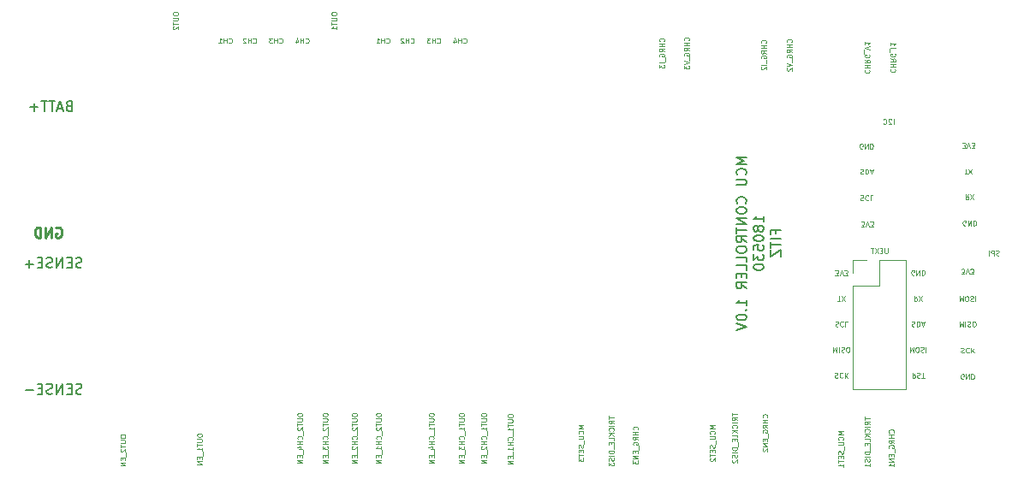
<source format=gbo>
G04 #@! TF.GenerationSoftware,KiCad,Pcbnew,5.0.0-rc2-unknown-2cb65f9~65~ubuntu17.10.1*
G04 #@! TF.CreationDate,2018-06-03T22:22:17-07:00*
G04 #@! TF.ProjectId,mcu_controller,6D63755F636F6E74726F6C6C65722E6B,rev?*
G04 #@! TF.SameCoordinates,Original*
G04 #@! TF.FileFunction,Legend,Bot*
G04 #@! TF.FilePolarity,Positive*
%FSLAX46Y46*%
G04 Gerber Fmt 4.6, Leading zero omitted, Abs format (unit mm)*
G04 Created by KiCad (PCBNEW 5.0.0-rc2-unknown-2cb65f9~65~ubuntu17.10.1) date Sun Jun  3 22:22:17 2018*
%MOMM*%
%LPD*%
G01*
G04 APERTURE LIST*
%ADD10C,0.100000*%
%ADD11C,0.200000*%
%ADD12C,0.220000*%
%ADD13C,0.120000*%
G04 APERTURE END LIST*
D10*
X198511904Y-125202380D02*
X198440476Y-125226190D01*
X198321428Y-125226190D01*
X198273809Y-125202380D01*
X198250000Y-125178571D01*
X198226190Y-125130952D01*
X198226190Y-125083333D01*
X198250000Y-125035714D01*
X198273809Y-125011904D01*
X198321428Y-124988095D01*
X198416666Y-124964285D01*
X198464285Y-124940476D01*
X198488095Y-124916666D01*
X198511904Y-124869047D01*
X198511904Y-124821428D01*
X198488095Y-124773809D01*
X198464285Y-124750000D01*
X198416666Y-124726190D01*
X198297619Y-124726190D01*
X198226190Y-124750000D01*
X198011904Y-125226190D02*
X198011904Y-124726190D01*
X197821428Y-124726190D01*
X197773809Y-124750000D01*
X197750000Y-124773809D01*
X197726190Y-124821428D01*
X197726190Y-124892857D01*
X197750000Y-124940476D01*
X197773809Y-124964285D01*
X197821428Y-124988095D01*
X198011904Y-124988095D01*
X197511904Y-125226190D02*
X197511904Y-124726190D01*
X187497619Y-124526190D02*
X187497619Y-124930952D01*
X187473809Y-124978571D01*
X187450000Y-125002380D01*
X187402380Y-125026190D01*
X187307142Y-125026190D01*
X187259523Y-125002380D01*
X187235714Y-124978571D01*
X187211904Y-124930952D01*
X187211904Y-124526190D01*
X186973809Y-124764285D02*
X186807142Y-124764285D01*
X186735714Y-125026190D02*
X186973809Y-125026190D01*
X186973809Y-124526190D01*
X186735714Y-124526190D01*
X186569047Y-124526190D02*
X186235714Y-125026190D01*
X186235714Y-124526190D02*
X186569047Y-125026190D01*
X186116666Y-124526190D02*
X185830952Y-124526190D01*
X185973809Y-125026190D02*
X185973809Y-124526190D01*
X195019047Y-137450000D02*
X194971428Y-137473809D01*
X194900000Y-137473809D01*
X194828571Y-137450000D01*
X194780952Y-137402380D01*
X194757142Y-137354761D01*
X194733333Y-137259523D01*
X194733333Y-137188095D01*
X194757142Y-137092857D01*
X194780952Y-137045238D01*
X194828571Y-136997619D01*
X194900000Y-136973809D01*
X194947619Y-136973809D01*
X195019047Y-136997619D01*
X195042857Y-137021428D01*
X195042857Y-137188095D01*
X194947619Y-137188095D01*
X195257142Y-136973809D02*
X195257142Y-137473809D01*
X195542857Y-136973809D01*
X195542857Y-137473809D01*
X195780952Y-136973809D02*
X195780952Y-137473809D01*
X195900000Y-137473809D01*
X195971428Y-137450000D01*
X196019047Y-137402380D01*
X196042857Y-137354761D01*
X196066666Y-137259523D01*
X196066666Y-137188095D01*
X196042857Y-137092857D01*
X196019047Y-137045238D01*
X195971428Y-136997619D01*
X195900000Y-136973809D01*
X195780952Y-136973809D01*
X194757142Y-134397619D02*
X194828571Y-134373809D01*
X194947619Y-134373809D01*
X194995238Y-134397619D01*
X195019047Y-134421428D01*
X195042857Y-134469047D01*
X195042857Y-134516666D01*
X195019047Y-134564285D01*
X194995238Y-134588095D01*
X194947619Y-134611904D01*
X194852380Y-134635714D01*
X194804761Y-134659523D01*
X194780952Y-134683333D01*
X194757142Y-134730952D01*
X194757142Y-134778571D01*
X194780952Y-134826190D01*
X194804761Y-134850000D01*
X194852380Y-134873809D01*
X194971428Y-134873809D01*
X195042857Y-134850000D01*
X195542857Y-134421428D02*
X195519047Y-134397619D01*
X195447619Y-134373809D01*
X195400000Y-134373809D01*
X195328571Y-134397619D01*
X195280952Y-134445238D01*
X195257142Y-134492857D01*
X195233333Y-134588095D01*
X195233333Y-134659523D01*
X195257142Y-134754761D01*
X195280952Y-134802380D01*
X195328571Y-134850000D01*
X195400000Y-134873809D01*
X195447619Y-134873809D01*
X195519047Y-134850000D01*
X195542857Y-134826190D01*
X195757142Y-134373809D02*
X195757142Y-134873809D01*
X196042857Y-134373809D02*
X195828571Y-134659523D01*
X196042857Y-134873809D02*
X195757142Y-134588095D01*
X194614285Y-131773809D02*
X194614285Y-132273809D01*
X194780952Y-131916666D01*
X194947619Y-132273809D01*
X194947619Y-131773809D01*
X195185714Y-131773809D02*
X195185714Y-132273809D01*
X195400000Y-131797619D02*
X195471428Y-131773809D01*
X195590476Y-131773809D01*
X195638095Y-131797619D01*
X195661904Y-131821428D01*
X195685714Y-131869047D01*
X195685714Y-131916666D01*
X195661904Y-131964285D01*
X195638095Y-131988095D01*
X195590476Y-132011904D01*
X195495238Y-132035714D01*
X195447619Y-132059523D01*
X195423809Y-132083333D01*
X195400000Y-132130952D01*
X195400000Y-132178571D01*
X195423809Y-132226190D01*
X195447619Y-132250000D01*
X195495238Y-132273809D01*
X195614285Y-132273809D01*
X195685714Y-132250000D01*
X195995238Y-132273809D02*
X196090476Y-132273809D01*
X196138095Y-132250000D01*
X196185714Y-132202380D01*
X196209523Y-132107142D01*
X196209523Y-131940476D01*
X196185714Y-131845238D01*
X196138095Y-131797619D01*
X196090476Y-131773809D01*
X195995238Y-131773809D01*
X195947619Y-131797619D01*
X195900000Y-131845238D01*
X195876190Y-131940476D01*
X195876190Y-132107142D01*
X195900000Y-132202380D01*
X195947619Y-132250000D01*
X195995238Y-132273809D01*
X194614285Y-129273809D02*
X194614285Y-129773809D01*
X194780952Y-129416666D01*
X194947619Y-129773809D01*
X194947619Y-129273809D01*
X195280952Y-129773809D02*
X195376190Y-129773809D01*
X195423809Y-129750000D01*
X195471428Y-129702380D01*
X195495238Y-129607142D01*
X195495238Y-129440476D01*
X195471428Y-129345238D01*
X195423809Y-129297619D01*
X195376190Y-129273809D01*
X195280952Y-129273809D01*
X195233333Y-129297619D01*
X195185714Y-129345238D01*
X195161904Y-129440476D01*
X195161904Y-129607142D01*
X195185714Y-129702380D01*
X195233333Y-129750000D01*
X195280952Y-129773809D01*
X195685714Y-129297619D02*
X195757142Y-129273809D01*
X195876190Y-129273809D01*
X195923809Y-129297619D01*
X195947619Y-129321428D01*
X195971428Y-129369047D01*
X195971428Y-129416666D01*
X195947619Y-129464285D01*
X195923809Y-129488095D01*
X195876190Y-129511904D01*
X195780952Y-129535714D01*
X195733333Y-129559523D01*
X195709523Y-129583333D01*
X195685714Y-129630952D01*
X195685714Y-129678571D01*
X195709523Y-129726190D01*
X195733333Y-129750000D01*
X195780952Y-129773809D01*
X195900000Y-129773809D01*
X195971428Y-129750000D01*
X196185714Y-129273809D02*
X196185714Y-129773809D01*
X194780952Y-127073809D02*
X195090476Y-127073809D01*
X194923809Y-126883333D01*
X194995238Y-126883333D01*
X195042857Y-126859523D01*
X195066666Y-126835714D01*
X195090476Y-126788095D01*
X195090476Y-126669047D01*
X195066666Y-126621428D01*
X195042857Y-126597619D01*
X194995238Y-126573809D01*
X194852380Y-126573809D01*
X194804761Y-126597619D01*
X194780952Y-126621428D01*
X195233333Y-127073809D02*
X195400000Y-126573809D01*
X195566666Y-127073809D01*
X195685714Y-127073809D02*
X195995238Y-127073809D01*
X195828571Y-126883333D01*
X195900000Y-126883333D01*
X195947619Y-126859523D01*
X195971428Y-126835714D01*
X195995238Y-126788095D01*
X195995238Y-126669047D01*
X195971428Y-126621428D01*
X195947619Y-126597619D01*
X195900000Y-126573809D01*
X195757142Y-126573809D01*
X195709523Y-126597619D01*
X195685714Y-126621428D01*
X190119047Y-127150000D02*
X190071428Y-127173809D01*
X190000000Y-127173809D01*
X189928571Y-127150000D01*
X189880952Y-127102380D01*
X189857142Y-127054761D01*
X189833333Y-126959523D01*
X189833333Y-126888095D01*
X189857142Y-126792857D01*
X189880952Y-126745238D01*
X189928571Y-126697619D01*
X190000000Y-126673809D01*
X190047619Y-126673809D01*
X190119047Y-126697619D01*
X190142857Y-126721428D01*
X190142857Y-126888095D01*
X190047619Y-126888095D01*
X190357142Y-126673809D02*
X190357142Y-127173809D01*
X190642857Y-126673809D01*
X190642857Y-127173809D01*
X190880952Y-126673809D02*
X190880952Y-127173809D01*
X191000000Y-127173809D01*
X191071428Y-127150000D01*
X191119047Y-127102380D01*
X191142857Y-127054761D01*
X191166666Y-126959523D01*
X191166666Y-126888095D01*
X191142857Y-126792857D01*
X191119047Y-126745238D01*
X191071428Y-126697619D01*
X191000000Y-126673809D01*
X190880952Y-126673809D01*
X190416666Y-129213809D02*
X190250000Y-129451904D01*
X190130952Y-129213809D02*
X190130952Y-129713809D01*
X190321428Y-129713809D01*
X190369047Y-129690000D01*
X190392857Y-129666190D01*
X190416666Y-129618571D01*
X190416666Y-129547142D01*
X190392857Y-129499523D01*
X190369047Y-129475714D01*
X190321428Y-129451904D01*
X190130952Y-129451904D01*
X190583333Y-129713809D02*
X190916666Y-129213809D01*
X190916666Y-129713809D02*
X190583333Y-129213809D01*
X189892857Y-131777619D02*
X189964285Y-131753809D01*
X190083333Y-131753809D01*
X190130952Y-131777619D01*
X190154761Y-131801428D01*
X190178571Y-131849047D01*
X190178571Y-131896666D01*
X190154761Y-131944285D01*
X190130952Y-131968095D01*
X190083333Y-131991904D01*
X189988095Y-132015714D01*
X189940476Y-132039523D01*
X189916666Y-132063333D01*
X189892857Y-132110952D01*
X189892857Y-132158571D01*
X189916666Y-132206190D01*
X189940476Y-132230000D01*
X189988095Y-132253809D01*
X190107142Y-132253809D01*
X190178571Y-132230000D01*
X190392857Y-131753809D02*
X190392857Y-132253809D01*
X190511904Y-132253809D01*
X190583333Y-132230000D01*
X190630952Y-132182380D01*
X190654761Y-132134761D01*
X190678571Y-132039523D01*
X190678571Y-131968095D01*
X190654761Y-131872857D01*
X190630952Y-131825238D01*
X190583333Y-131777619D01*
X190511904Y-131753809D01*
X190392857Y-131753809D01*
X190869047Y-131896666D02*
X191107142Y-131896666D01*
X190821428Y-131753809D02*
X190988095Y-132253809D01*
X191154761Y-131753809D01*
X189714285Y-134293809D02*
X189714285Y-134793809D01*
X189880952Y-134436666D01*
X190047619Y-134793809D01*
X190047619Y-134293809D01*
X190380952Y-134793809D02*
X190476190Y-134793809D01*
X190523809Y-134770000D01*
X190571428Y-134722380D01*
X190595238Y-134627142D01*
X190595238Y-134460476D01*
X190571428Y-134365238D01*
X190523809Y-134317619D01*
X190476190Y-134293809D01*
X190380952Y-134293809D01*
X190333333Y-134317619D01*
X190285714Y-134365238D01*
X190261904Y-134460476D01*
X190261904Y-134627142D01*
X190285714Y-134722380D01*
X190333333Y-134770000D01*
X190380952Y-134793809D01*
X190785714Y-134317619D02*
X190857142Y-134293809D01*
X190976190Y-134293809D01*
X191023809Y-134317619D01*
X191047619Y-134341428D01*
X191071428Y-134389047D01*
X191071428Y-134436666D01*
X191047619Y-134484285D01*
X191023809Y-134508095D01*
X190976190Y-134531904D01*
X190880952Y-134555714D01*
X190833333Y-134579523D01*
X190809523Y-134603333D01*
X190785714Y-134650952D01*
X190785714Y-134698571D01*
X190809523Y-134746190D01*
X190833333Y-134770000D01*
X190880952Y-134793809D01*
X191000000Y-134793809D01*
X191071428Y-134770000D01*
X191285714Y-134293809D02*
X191285714Y-134793809D01*
X190226190Y-136833809D02*
X190059523Y-137071904D01*
X189940476Y-136833809D02*
X189940476Y-137333809D01*
X190130952Y-137333809D01*
X190178571Y-137310000D01*
X190202380Y-137286190D01*
X190226190Y-137238571D01*
X190226190Y-137167142D01*
X190202380Y-137119523D01*
X190178571Y-137095714D01*
X190130952Y-137071904D01*
X189940476Y-137071904D01*
X190416666Y-136857619D02*
X190488095Y-136833809D01*
X190607142Y-136833809D01*
X190654761Y-136857619D01*
X190678571Y-136881428D01*
X190702380Y-136929047D01*
X190702380Y-136976666D01*
X190678571Y-137024285D01*
X190654761Y-137048095D01*
X190607142Y-137071904D01*
X190511904Y-137095714D01*
X190464285Y-137119523D01*
X190440476Y-137143333D01*
X190416666Y-137190952D01*
X190416666Y-137238571D01*
X190440476Y-137286190D01*
X190464285Y-137310000D01*
X190511904Y-137333809D01*
X190630952Y-137333809D01*
X190702380Y-137310000D01*
X190845238Y-137333809D02*
X191130952Y-137333809D01*
X190988095Y-136833809D02*
X190988095Y-137333809D01*
X182277142Y-136857619D02*
X182348571Y-136833809D01*
X182467619Y-136833809D01*
X182515238Y-136857619D01*
X182539047Y-136881428D01*
X182562857Y-136929047D01*
X182562857Y-136976666D01*
X182539047Y-137024285D01*
X182515238Y-137048095D01*
X182467619Y-137071904D01*
X182372380Y-137095714D01*
X182324761Y-137119523D01*
X182300952Y-137143333D01*
X182277142Y-137190952D01*
X182277142Y-137238571D01*
X182300952Y-137286190D01*
X182324761Y-137310000D01*
X182372380Y-137333809D01*
X182491428Y-137333809D01*
X182562857Y-137310000D01*
X183062857Y-136881428D02*
X183039047Y-136857619D01*
X182967619Y-136833809D01*
X182920000Y-136833809D01*
X182848571Y-136857619D01*
X182800952Y-136905238D01*
X182777142Y-136952857D01*
X182753333Y-137048095D01*
X182753333Y-137119523D01*
X182777142Y-137214761D01*
X182800952Y-137262380D01*
X182848571Y-137310000D01*
X182920000Y-137333809D01*
X182967619Y-137333809D01*
X183039047Y-137310000D01*
X183062857Y-137286190D01*
X183277142Y-136833809D02*
X183277142Y-137333809D01*
X183562857Y-136833809D02*
X183348571Y-137119523D01*
X183562857Y-137333809D02*
X183277142Y-137048095D01*
X182134285Y-134293809D02*
X182134285Y-134793809D01*
X182300952Y-134436666D01*
X182467619Y-134793809D01*
X182467619Y-134293809D01*
X182705714Y-134293809D02*
X182705714Y-134793809D01*
X182920000Y-134317619D02*
X182991428Y-134293809D01*
X183110476Y-134293809D01*
X183158095Y-134317619D01*
X183181904Y-134341428D01*
X183205714Y-134389047D01*
X183205714Y-134436666D01*
X183181904Y-134484285D01*
X183158095Y-134508095D01*
X183110476Y-134531904D01*
X183015238Y-134555714D01*
X182967619Y-134579523D01*
X182943809Y-134603333D01*
X182920000Y-134650952D01*
X182920000Y-134698571D01*
X182943809Y-134746190D01*
X182967619Y-134770000D01*
X183015238Y-134793809D01*
X183134285Y-134793809D01*
X183205714Y-134770000D01*
X183515238Y-134793809D02*
X183610476Y-134793809D01*
X183658095Y-134770000D01*
X183705714Y-134722380D01*
X183729523Y-134627142D01*
X183729523Y-134460476D01*
X183705714Y-134365238D01*
X183658095Y-134317619D01*
X183610476Y-134293809D01*
X183515238Y-134293809D01*
X183467619Y-134317619D01*
X183420000Y-134365238D01*
X183396190Y-134460476D01*
X183396190Y-134627142D01*
X183420000Y-134722380D01*
X183467619Y-134770000D01*
X183515238Y-134793809D01*
X182324761Y-131777619D02*
X182396190Y-131753809D01*
X182515238Y-131753809D01*
X182562857Y-131777619D01*
X182586666Y-131801428D01*
X182610476Y-131849047D01*
X182610476Y-131896666D01*
X182586666Y-131944285D01*
X182562857Y-131968095D01*
X182515238Y-131991904D01*
X182420000Y-132015714D01*
X182372380Y-132039523D01*
X182348571Y-132063333D01*
X182324761Y-132110952D01*
X182324761Y-132158571D01*
X182348571Y-132206190D01*
X182372380Y-132230000D01*
X182420000Y-132253809D01*
X182539047Y-132253809D01*
X182610476Y-132230000D01*
X183110476Y-131801428D02*
X183086666Y-131777619D01*
X183015238Y-131753809D01*
X182967619Y-131753809D01*
X182896190Y-131777619D01*
X182848571Y-131825238D01*
X182824761Y-131872857D01*
X182800952Y-131968095D01*
X182800952Y-132039523D01*
X182824761Y-132134761D01*
X182848571Y-132182380D01*
X182896190Y-132230000D01*
X182967619Y-132253809D01*
X183015238Y-132253809D01*
X183086666Y-132230000D01*
X183110476Y-132206190D01*
X183562857Y-131753809D02*
X183324761Y-131753809D01*
X183324761Y-132253809D01*
X182539047Y-129713809D02*
X182824761Y-129713809D01*
X182681904Y-129213809D02*
X182681904Y-129713809D01*
X182943809Y-129713809D02*
X183277142Y-129213809D01*
X183277142Y-129713809D02*
X182943809Y-129213809D01*
X182300952Y-127173809D02*
X182610476Y-127173809D01*
X182443809Y-126983333D01*
X182515238Y-126983333D01*
X182562857Y-126959523D01*
X182586666Y-126935714D01*
X182610476Y-126888095D01*
X182610476Y-126769047D01*
X182586666Y-126721428D01*
X182562857Y-126697619D01*
X182515238Y-126673809D01*
X182372380Y-126673809D01*
X182324761Y-126697619D01*
X182300952Y-126721428D01*
X182753333Y-127173809D02*
X182920000Y-126673809D01*
X183086666Y-127173809D01*
X183205714Y-127173809D02*
X183515238Y-127173809D01*
X183348571Y-126983333D01*
X183420000Y-126983333D01*
X183467619Y-126959523D01*
X183491428Y-126935714D01*
X183515238Y-126888095D01*
X183515238Y-126769047D01*
X183491428Y-126721428D01*
X183467619Y-126697619D01*
X183420000Y-126673809D01*
X183277142Y-126673809D01*
X183229523Y-126697619D01*
X183205714Y-126721428D01*
D11*
X107809523Y-138904761D02*
X107666666Y-138952380D01*
X107428571Y-138952380D01*
X107333333Y-138904761D01*
X107285714Y-138857142D01*
X107238095Y-138761904D01*
X107238095Y-138666666D01*
X107285714Y-138571428D01*
X107333333Y-138523809D01*
X107428571Y-138476190D01*
X107619047Y-138428571D01*
X107714285Y-138380952D01*
X107761904Y-138333333D01*
X107809523Y-138238095D01*
X107809523Y-138142857D01*
X107761904Y-138047619D01*
X107714285Y-138000000D01*
X107619047Y-137952380D01*
X107380952Y-137952380D01*
X107238095Y-138000000D01*
X106809523Y-138428571D02*
X106476190Y-138428571D01*
X106333333Y-138952380D02*
X106809523Y-138952380D01*
X106809523Y-137952380D01*
X106333333Y-137952380D01*
X105904761Y-138952380D02*
X105904761Y-137952380D01*
X105333333Y-138952380D01*
X105333333Y-137952380D01*
X104904761Y-138904761D02*
X104761904Y-138952380D01*
X104523809Y-138952380D01*
X104428571Y-138904761D01*
X104380952Y-138857142D01*
X104333333Y-138761904D01*
X104333333Y-138666666D01*
X104380952Y-138571428D01*
X104428571Y-138523809D01*
X104523809Y-138476190D01*
X104714285Y-138428571D01*
X104809523Y-138380952D01*
X104857142Y-138333333D01*
X104904761Y-138238095D01*
X104904761Y-138142857D01*
X104857142Y-138047619D01*
X104809523Y-138000000D01*
X104714285Y-137952380D01*
X104476190Y-137952380D01*
X104333333Y-138000000D01*
X103904761Y-138428571D02*
X103571428Y-138428571D01*
X103428571Y-138952380D02*
X103904761Y-138952380D01*
X103904761Y-137952380D01*
X103428571Y-137952380D01*
X103000000Y-138571428D02*
X102238095Y-138571428D01*
X107809523Y-126404761D02*
X107666666Y-126452380D01*
X107428571Y-126452380D01*
X107333333Y-126404761D01*
X107285714Y-126357142D01*
X107238095Y-126261904D01*
X107238095Y-126166666D01*
X107285714Y-126071428D01*
X107333333Y-126023809D01*
X107428571Y-125976190D01*
X107619047Y-125928571D01*
X107714285Y-125880952D01*
X107761904Y-125833333D01*
X107809523Y-125738095D01*
X107809523Y-125642857D01*
X107761904Y-125547619D01*
X107714285Y-125500000D01*
X107619047Y-125452380D01*
X107380952Y-125452380D01*
X107238095Y-125500000D01*
X106809523Y-125928571D02*
X106476190Y-125928571D01*
X106333333Y-126452380D02*
X106809523Y-126452380D01*
X106809523Y-125452380D01*
X106333333Y-125452380D01*
X105904761Y-126452380D02*
X105904761Y-125452380D01*
X105333333Y-126452380D01*
X105333333Y-125452380D01*
X104904761Y-126404761D02*
X104761904Y-126452380D01*
X104523809Y-126452380D01*
X104428571Y-126404761D01*
X104380952Y-126357142D01*
X104333333Y-126261904D01*
X104333333Y-126166666D01*
X104380952Y-126071428D01*
X104428571Y-126023809D01*
X104523809Y-125976190D01*
X104714285Y-125928571D01*
X104809523Y-125880952D01*
X104857142Y-125833333D01*
X104904761Y-125738095D01*
X104904761Y-125642857D01*
X104857142Y-125547619D01*
X104809523Y-125500000D01*
X104714285Y-125452380D01*
X104476190Y-125452380D01*
X104333333Y-125500000D01*
X103904761Y-125928571D02*
X103571428Y-125928571D01*
X103428571Y-126452380D02*
X103904761Y-126452380D01*
X103904761Y-125452380D01*
X103428571Y-125452380D01*
X103000000Y-126071428D02*
X102238095Y-126071428D01*
X102619047Y-126452380D02*
X102619047Y-125690476D01*
D12*
X105261904Y-122500000D02*
X105357142Y-122452380D01*
X105500000Y-122452380D01*
X105642857Y-122500000D01*
X105738095Y-122595238D01*
X105785714Y-122690476D01*
X105833333Y-122880952D01*
X105833333Y-123023809D01*
X105785714Y-123214285D01*
X105738095Y-123309523D01*
X105642857Y-123404761D01*
X105500000Y-123452380D01*
X105404761Y-123452380D01*
X105261904Y-123404761D01*
X105214285Y-123357142D01*
X105214285Y-123023809D01*
X105404761Y-123023809D01*
X104785714Y-123452380D02*
X104785714Y-122452380D01*
X104214285Y-123452380D01*
X104214285Y-122452380D01*
X103738095Y-123452380D02*
X103738095Y-122452380D01*
X103500000Y-122452380D01*
X103357142Y-122500000D01*
X103261904Y-122595238D01*
X103214285Y-122690476D01*
X103166666Y-122880952D01*
X103166666Y-123023809D01*
X103214285Y-123214285D01*
X103261904Y-123309523D01*
X103357142Y-123404761D01*
X103500000Y-123452380D01*
X103738095Y-123452380D01*
D11*
X106538095Y-110428571D02*
X106395238Y-110476190D01*
X106347619Y-110523809D01*
X106300000Y-110619047D01*
X106300000Y-110761904D01*
X106347619Y-110857142D01*
X106395238Y-110904761D01*
X106490476Y-110952380D01*
X106871428Y-110952380D01*
X106871428Y-109952380D01*
X106538095Y-109952380D01*
X106442857Y-110000000D01*
X106395238Y-110047619D01*
X106347619Y-110142857D01*
X106347619Y-110238095D01*
X106395238Y-110333333D01*
X106442857Y-110380952D01*
X106538095Y-110428571D01*
X106871428Y-110428571D01*
X105919047Y-110666666D02*
X105442857Y-110666666D01*
X106014285Y-110952380D02*
X105680952Y-109952380D01*
X105347619Y-110952380D01*
X105157142Y-109952380D02*
X104585714Y-109952380D01*
X104871428Y-110952380D02*
X104871428Y-109952380D01*
X104395238Y-109952380D02*
X103823809Y-109952380D01*
X104109523Y-110952380D02*
X104109523Y-109952380D01*
X103490476Y-110571428D02*
X102728571Y-110571428D01*
X103109523Y-110952380D02*
X103109523Y-110190476D01*
D10*
X111626190Y-143083333D02*
X111626190Y-143178571D01*
X111650000Y-143226190D01*
X111697619Y-143273809D01*
X111792857Y-143297619D01*
X111959523Y-143297619D01*
X112054761Y-143273809D01*
X112102380Y-143226190D01*
X112126190Y-143178571D01*
X112126190Y-143083333D01*
X112102380Y-143035714D01*
X112054761Y-142988095D01*
X111959523Y-142964285D01*
X111792857Y-142964285D01*
X111697619Y-142988095D01*
X111650000Y-143035714D01*
X111626190Y-143083333D01*
X111626190Y-143511904D02*
X112030952Y-143511904D01*
X112078571Y-143535714D01*
X112102380Y-143559523D01*
X112126190Y-143607142D01*
X112126190Y-143702380D01*
X112102380Y-143750000D01*
X112078571Y-143773809D01*
X112030952Y-143797619D01*
X111626190Y-143797619D01*
X111626190Y-143964285D02*
X111626190Y-144250000D01*
X112126190Y-144107142D02*
X111626190Y-144107142D01*
X111673809Y-144392857D02*
X111650000Y-144416666D01*
X111626190Y-144464285D01*
X111626190Y-144583333D01*
X111650000Y-144630952D01*
X111673809Y-144654761D01*
X111721428Y-144678571D01*
X111769047Y-144678571D01*
X111840476Y-144654761D01*
X112126190Y-144369047D01*
X112126190Y-144678571D01*
X112173809Y-144773809D02*
X112173809Y-145154761D01*
X111864285Y-145273809D02*
X111864285Y-145440476D01*
X112126190Y-145511904D02*
X112126190Y-145273809D01*
X111626190Y-145273809D01*
X111626190Y-145511904D01*
X112126190Y-145726190D02*
X111626190Y-145726190D01*
X112126190Y-146011904D01*
X111626190Y-146011904D01*
X119226190Y-142983333D02*
X119226190Y-143078571D01*
X119250000Y-143126190D01*
X119297619Y-143173809D01*
X119392857Y-143197619D01*
X119559523Y-143197619D01*
X119654761Y-143173809D01*
X119702380Y-143126190D01*
X119726190Y-143078571D01*
X119726190Y-142983333D01*
X119702380Y-142935714D01*
X119654761Y-142888095D01*
X119559523Y-142864285D01*
X119392857Y-142864285D01*
X119297619Y-142888095D01*
X119250000Y-142935714D01*
X119226190Y-142983333D01*
X119226190Y-143411904D02*
X119630952Y-143411904D01*
X119678571Y-143435714D01*
X119702380Y-143459523D01*
X119726190Y-143507142D01*
X119726190Y-143602380D01*
X119702380Y-143650000D01*
X119678571Y-143673809D01*
X119630952Y-143697619D01*
X119226190Y-143697619D01*
X119226190Y-143864285D02*
X119226190Y-144150000D01*
X119726190Y-144007142D02*
X119226190Y-144007142D01*
X119726190Y-144578571D02*
X119726190Y-144292857D01*
X119726190Y-144435714D02*
X119226190Y-144435714D01*
X119297619Y-144388095D01*
X119345238Y-144340476D01*
X119369047Y-144292857D01*
X119773809Y-144673809D02*
X119773809Y-145054761D01*
X119464285Y-145173809D02*
X119464285Y-145340476D01*
X119726190Y-145411904D02*
X119726190Y-145173809D01*
X119226190Y-145173809D01*
X119226190Y-145411904D01*
X119726190Y-145626190D02*
X119226190Y-145626190D01*
X119726190Y-145911904D01*
X119226190Y-145911904D01*
X188078571Y-142776190D02*
X188102380Y-142752380D01*
X188126190Y-142680952D01*
X188126190Y-142633333D01*
X188102380Y-142561904D01*
X188054761Y-142514285D01*
X188007142Y-142490476D01*
X187911904Y-142466666D01*
X187840476Y-142466666D01*
X187745238Y-142490476D01*
X187697619Y-142514285D01*
X187650000Y-142561904D01*
X187626190Y-142633333D01*
X187626190Y-142680952D01*
X187650000Y-142752380D01*
X187673809Y-142776190D01*
X188126190Y-142990476D02*
X187626190Y-142990476D01*
X187864285Y-142990476D02*
X187864285Y-143276190D01*
X188126190Y-143276190D02*
X187626190Y-143276190D01*
X188126190Y-143800000D02*
X187888095Y-143633333D01*
X188126190Y-143514285D02*
X187626190Y-143514285D01*
X187626190Y-143704761D01*
X187650000Y-143752380D01*
X187673809Y-143776190D01*
X187721428Y-143800000D01*
X187792857Y-143800000D01*
X187840476Y-143776190D01*
X187864285Y-143752380D01*
X187888095Y-143704761D01*
X187888095Y-143514285D01*
X187650000Y-144276190D02*
X187626190Y-144228571D01*
X187626190Y-144157142D01*
X187650000Y-144085714D01*
X187697619Y-144038095D01*
X187745238Y-144014285D01*
X187840476Y-143990476D01*
X187911904Y-143990476D01*
X188007142Y-144014285D01*
X188054761Y-144038095D01*
X188102380Y-144085714D01*
X188126190Y-144157142D01*
X188126190Y-144204761D01*
X188102380Y-144276190D01*
X188078571Y-144300000D01*
X187911904Y-144300000D01*
X187911904Y-144204761D01*
X188173809Y-144395238D02*
X188173809Y-144776190D01*
X187864285Y-144895238D02*
X187864285Y-145061904D01*
X188126190Y-145133333D02*
X188126190Y-144895238D01*
X187626190Y-144895238D01*
X187626190Y-145133333D01*
X188126190Y-145347619D02*
X187626190Y-145347619D01*
X188126190Y-145633333D01*
X187626190Y-145633333D01*
X188126190Y-146133333D02*
X188126190Y-145847619D01*
X188126190Y-145990476D02*
X187626190Y-145990476D01*
X187697619Y-145942857D01*
X187745238Y-145895238D01*
X187769047Y-145847619D01*
X185226190Y-141223809D02*
X185226190Y-141509523D01*
X185726190Y-141366666D02*
X185226190Y-141366666D01*
X185726190Y-141961904D02*
X185488095Y-141795238D01*
X185726190Y-141676190D02*
X185226190Y-141676190D01*
X185226190Y-141866666D01*
X185250000Y-141914285D01*
X185273809Y-141938095D01*
X185321428Y-141961904D01*
X185392857Y-141961904D01*
X185440476Y-141938095D01*
X185464285Y-141914285D01*
X185488095Y-141866666D01*
X185488095Y-141676190D01*
X185726190Y-142176190D02*
X185226190Y-142176190D01*
X185678571Y-142700000D02*
X185702380Y-142676190D01*
X185726190Y-142604761D01*
X185726190Y-142557142D01*
X185702380Y-142485714D01*
X185654761Y-142438095D01*
X185607142Y-142414285D01*
X185511904Y-142390476D01*
X185440476Y-142390476D01*
X185345238Y-142414285D01*
X185297619Y-142438095D01*
X185250000Y-142485714D01*
X185226190Y-142557142D01*
X185226190Y-142604761D01*
X185250000Y-142676190D01*
X185273809Y-142700000D01*
X185726190Y-142914285D02*
X185226190Y-142914285D01*
X185726190Y-143200000D02*
X185440476Y-142985714D01*
X185226190Y-143200000D02*
X185511904Y-142914285D01*
X185726190Y-143652380D02*
X185726190Y-143414285D01*
X185226190Y-143414285D01*
X185464285Y-143819047D02*
X185464285Y-143985714D01*
X185726190Y-144057142D02*
X185726190Y-143819047D01*
X185226190Y-143819047D01*
X185226190Y-144057142D01*
X185773809Y-144152380D02*
X185773809Y-144533333D01*
X185726190Y-144652380D02*
X185226190Y-144652380D01*
X185226190Y-144771428D01*
X185250000Y-144842857D01*
X185297619Y-144890476D01*
X185345238Y-144914285D01*
X185440476Y-144938095D01*
X185511904Y-144938095D01*
X185607142Y-144914285D01*
X185654761Y-144890476D01*
X185702380Y-144842857D01*
X185726190Y-144771428D01*
X185726190Y-144652380D01*
X185726190Y-145152380D02*
X185226190Y-145152380D01*
X185702380Y-145366666D02*
X185726190Y-145438095D01*
X185726190Y-145557142D01*
X185702380Y-145604761D01*
X185678571Y-145628571D01*
X185630952Y-145652380D01*
X185583333Y-145652380D01*
X185535714Y-145628571D01*
X185511904Y-145604761D01*
X185488095Y-145557142D01*
X185464285Y-145461904D01*
X185440476Y-145414285D01*
X185416666Y-145390476D01*
X185369047Y-145366666D01*
X185321428Y-145366666D01*
X185273809Y-145390476D01*
X185250000Y-145414285D01*
X185226190Y-145461904D01*
X185226190Y-145580952D01*
X185250000Y-145652380D01*
X185726190Y-146128571D02*
X185726190Y-145842857D01*
X185726190Y-145985714D02*
X185226190Y-145985714D01*
X185297619Y-145938095D01*
X185345238Y-145890476D01*
X185369047Y-145842857D01*
X183126190Y-142638095D02*
X182626190Y-142638095D01*
X182983333Y-142804761D01*
X182626190Y-142971428D01*
X183126190Y-142971428D01*
X183078571Y-143495238D02*
X183102380Y-143471428D01*
X183126190Y-143400000D01*
X183126190Y-143352380D01*
X183102380Y-143280952D01*
X183054761Y-143233333D01*
X183007142Y-143209523D01*
X182911904Y-143185714D01*
X182840476Y-143185714D01*
X182745238Y-143209523D01*
X182697619Y-143233333D01*
X182650000Y-143280952D01*
X182626190Y-143352380D01*
X182626190Y-143400000D01*
X182650000Y-143471428D01*
X182673809Y-143495238D01*
X182626190Y-143709523D02*
X183030952Y-143709523D01*
X183078571Y-143733333D01*
X183102380Y-143757142D01*
X183126190Y-143804761D01*
X183126190Y-143900000D01*
X183102380Y-143947619D01*
X183078571Y-143971428D01*
X183030952Y-143995238D01*
X182626190Y-143995238D01*
X183173809Y-144114285D02*
X183173809Y-144495238D01*
X183102380Y-144590476D02*
X183126190Y-144661904D01*
X183126190Y-144780952D01*
X183102380Y-144828571D01*
X183078571Y-144852380D01*
X183030952Y-144876190D01*
X182983333Y-144876190D01*
X182935714Y-144852380D01*
X182911904Y-144828571D01*
X182888095Y-144780952D01*
X182864285Y-144685714D01*
X182840476Y-144638095D01*
X182816666Y-144614285D01*
X182769047Y-144590476D01*
X182721428Y-144590476D01*
X182673809Y-144614285D01*
X182650000Y-144638095D01*
X182626190Y-144685714D01*
X182626190Y-144804761D01*
X182650000Y-144876190D01*
X182864285Y-145090476D02*
X182864285Y-145257142D01*
X183126190Y-145328571D02*
X183126190Y-145090476D01*
X182626190Y-145090476D01*
X182626190Y-145328571D01*
X182626190Y-145471428D02*
X182626190Y-145757142D01*
X183126190Y-145614285D02*
X182626190Y-145614285D01*
X183126190Y-146185714D02*
X183126190Y-145900000D01*
X183126190Y-146042857D02*
X182626190Y-146042857D01*
X182697619Y-145995238D01*
X182745238Y-145947619D01*
X182769047Y-145900000D01*
X129126190Y-140942857D02*
X129126190Y-141038095D01*
X129150000Y-141085714D01*
X129197619Y-141133333D01*
X129292857Y-141157142D01*
X129459523Y-141157142D01*
X129554761Y-141133333D01*
X129602380Y-141085714D01*
X129626190Y-141038095D01*
X129626190Y-140942857D01*
X129602380Y-140895238D01*
X129554761Y-140847619D01*
X129459523Y-140823809D01*
X129292857Y-140823809D01*
X129197619Y-140847619D01*
X129150000Y-140895238D01*
X129126190Y-140942857D01*
X129126190Y-141371428D02*
X129530952Y-141371428D01*
X129578571Y-141395238D01*
X129602380Y-141419047D01*
X129626190Y-141466666D01*
X129626190Y-141561904D01*
X129602380Y-141609523D01*
X129578571Y-141633333D01*
X129530952Y-141657142D01*
X129126190Y-141657142D01*
X129126190Y-141823809D02*
X129126190Y-142109523D01*
X129626190Y-141966666D02*
X129126190Y-141966666D01*
X129173809Y-142252380D02*
X129150000Y-142276190D01*
X129126190Y-142323809D01*
X129126190Y-142442857D01*
X129150000Y-142490476D01*
X129173809Y-142514285D01*
X129221428Y-142538095D01*
X129269047Y-142538095D01*
X129340476Y-142514285D01*
X129626190Y-142228571D01*
X129626190Y-142538095D01*
X129673809Y-142633333D02*
X129673809Y-143014285D01*
X129578571Y-143419047D02*
X129602380Y-143395238D01*
X129626190Y-143323809D01*
X129626190Y-143276190D01*
X129602380Y-143204761D01*
X129554761Y-143157142D01*
X129507142Y-143133333D01*
X129411904Y-143109523D01*
X129340476Y-143109523D01*
X129245238Y-143133333D01*
X129197619Y-143157142D01*
X129150000Y-143204761D01*
X129126190Y-143276190D01*
X129126190Y-143323809D01*
X129150000Y-143395238D01*
X129173809Y-143419047D01*
X129626190Y-143633333D02*
X129126190Y-143633333D01*
X129364285Y-143633333D02*
X129364285Y-143919047D01*
X129626190Y-143919047D02*
X129126190Y-143919047D01*
X129292857Y-144371428D02*
X129626190Y-144371428D01*
X129102380Y-144252380D02*
X129459523Y-144133333D01*
X129459523Y-144442857D01*
X129673809Y-144514285D02*
X129673809Y-144895238D01*
X129364285Y-145014285D02*
X129364285Y-145180952D01*
X129626190Y-145252380D02*
X129626190Y-145014285D01*
X129126190Y-145014285D01*
X129126190Y-145252380D01*
X129626190Y-145466666D02*
X129126190Y-145466666D01*
X129626190Y-145752380D01*
X129126190Y-145752380D01*
X131626190Y-140942857D02*
X131626190Y-141038095D01*
X131650000Y-141085714D01*
X131697619Y-141133333D01*
X131792857Y-141157142D01*
X131959523Y-141157142D01*
X132054761Y-141133333D01*
X132102380Y-141085714D01*
X132126190Y-141038095D01*
X132126190Y-140942857D01*
X132102380Y-140895238D01*
X132054761Y-140847619D01*
X131959523Y-140823809D01*
X131792857Y-140823809D01*
X131697619Y-140847619D01*
X131650000Y-140895238D01*
X131626190Y-140942857D01*
X131626190Y-141371428D02*
X132030952Y-141371428D01*
X132078571Y-141395238D01*
X132102380Y-141419047D01*
X132126190Y-141466666D01*
X132126190Y-141561904D01*
X132102380Y-141609523D01*
X132078571Y-141633333D01*
X132030952Y-141657142D01*
X131626190Y-141657142D01*
X131626190Y-141823809D02*
X131626190Y-142109523D01*
X132126190Y-141966666D02*
X131626190Y-141966666D01*
X131673809Y-142252380D02*
X131650000Y-142276190D01*
X131626190Y-142323809D01*
X131626190Y-142442857D01*
X131650000Y-142490476D01*
X131673809Y-142514285D01*
X131721428Y-142538095D01*
X131769047Y-142538095D01*
X131840476Y-142514285D01*
X132126190Y-142228571D01*
X132126190Y-142538095D01*
X132173809Y-142633333D02*
X132173809Y-143014285D01*
X132078571Y-143419047D02*
X132102380Y-143395238D01*
X132126190Y-143323809D01*
X132126190Y-143276190D01*
X132102380Y-143204761D01*
X132054761Y-143157142D01*
X132007142Y-143133333D01*
X131911904Y-143109523D01*
X131840476Y-143109523D01*
X131745238Y-143133333D01*
X131697619Y-143157142D01*
X131650000Y-143204761D01*
X131626190Y-143276190D01*
X131626190Y-143323809D01*
X131650000Y-143395238D01*
X131673809Y-143419047D01*
X132126190Y-143633333D02*
X131626190Y-143633333D01*
X131864285Y-143633333D02*
X131864285Y-143919047D01*
X132126190Y-143919047D02*
X131626190Y-143919047D01*
X131626190Y-144109523D02*
X131626190Y-144419047D01*
X131816666Y-144252380D01*
X131816666Y-144323809D01*
X131840476Y-144371428D01*
X131864285Y-144395238D01*
X131911904Y-144419047D01*
X132030952Y-144419047D01*
X132078571Y-144395238D01*
X132102380Y-144371428D01*
X132126190Y-144323809D01*
X132126190Y-144180952D01*
X132102380Y-144133333D01*
X132078571Y-144109523D01*
X132173809Y-144514285D02*
X132173809Y-144895238D01*
X131864285Y-145014285D02*
X131864285Y-145180952D01*
X132126190Y-145252380D02*
X132126190Y-145014285D01*
X131626190Y-145014285D01*
X131626190Y-145252380D01*
X132126190Y-145466666D02*
X131626190Y-145466666D01*
X132126190Y-145752380D01*
X131626190Y-145752380D01*
X134526190Y-140942857D02*
X134526190Y-141038095D01*
X134550000Y-141085714D01*
X134597619Y-141133333D01*
X134692857Y-141157142D01*
X134859523Y-141157142D01*
X134954761Y-141133333D01*
X135002380Y-141085714D01*
X135026190Y-141038095D01*
X135026190Y-140942857D01*
X135002380Y-140895238D01*
X134954761Y-140847619D01*
X134859523Y-140823809D01*
X134692857Y-140823809D01*
X134597619Y-140847619D01*
X134550000Y-140895238D01*
X134526190Y-140942857D01*
X134526190Y-141371428D02*
X134930952Y-141371428D01*
X134978571Y-141395238D01*
X135002380Y-141419047D01*
X135026190Y-141466666D01*
X135026190Y-141561904D01*
X135002380Y-141609523D01*
X134978571Y-141633333D01*
X134930952Y-141657142D01*
X134526190Y-141657142D01*
X134526190Y-141823809D02*
X134526190Y-142109523D01*
X135026190Y-141966666D02*
X134526190Y-141966666D01*
X134573809Y-142252380D02*
X134550000Y-142276190D01*
X134526190Y-142323809D01*
X134526190Y-142442857D01*
X134550000Y-142490476D01*
X134573809Y-142514285D01*
X134621428Y-142538095D01*
X134669047Y-142538095D01*
X134740476Y-142514285D01*
X135026190Y-142228571D01*
X135026190Y-142538095D01*
X135073809Y-142633333D02*
X135073809Y-143014285D01*
X134978571Y-143419047D02*
X135002380Y-143395238D01*
X135026190Y-143323809D01*
X135026190Y-143276190D01*
X135002380Y-143204761D01*
X134954761Y-143157142D01*
X134907142Y-143133333D01*
X134811904Y-143109523D01*
X134740476Y-143109523D01*
X134645238Y-143133333D01*
X134597619Y-143157142D01*
X134550000Y-143204761D01*
X134526190Y-143276190D01*
X134526190Y-143323809D01*
X134550000Y-143395238D01*
X134573809Y-143419047D01*
X135026190Y-143633333D02*
X134526190Y-143633333D01*
X134764285Y-143633333D02*
X134764285Y-143919047D01*
X135026190Y-143919047D02*
X134526190Y-143919047D01*
X134573809Y-144133333D02*
X134550000Y-144157142D01*
X134526190Y-144204761D01*
X134526190Y-144323809D01*
X134550000Y-144371428D01*
X134573809Y-144395238D01*
X134621428Y-144419047D01*
X134669047Y-144419047D01*
X134740476Y-144395238D01*
X135026190Y-144109523D01*
X135026190Y-144419047D01*
X135073809Y-144514285D02*
X135073809Y-144895238D01*
X134764285Y-145014285D02*
X134764285Y-145180952D01*
X135026190Y-145252380D02*
X135026190Y-145014285D01*
X134526190Y-145014285D01*
X134526190Y-145252380D01*
X135026190Y-145466666D02*
X134526190Y-145466666D01*
X135026190Y-145752380D01*
X134526190Y-145752380D01*
X136926190Y-140942857D02*
X136926190Y-141038095D01*
X136950000Y-141085714D01*
X136997619Y-141133333D01*
X137092857Y-141157142D01*
X137259523Y-141157142D01*
X137354761Y-141133333D01*
X137402380Y-141085714D01*
X137426190Y-141038095D01*
X137426190Y-140942857D01*
X137402380Y-140895238D01*
X137354761Y-140847619D01*
X137259523Y-140823809D01*
X137092857Y-140823809D01*
X136997619Y-140847619D01*
X136950000Y-140895238D01*
X136926190Y-140942857D01*
X136926190Y-141371428D02*
X137330952Y-141371428D01*
X137378571Y-141395238D01*
X137402380Y-141419047D01*
X137426190Y-141466666D01*
X137426190Y-141561904D01*
X137402380Y-141609523D01*
X137378571Y-141633333D01*
X137330952Y-141657142D01*
X136926190Y-141657142D01*
X136926190Y-141823809D02*
X136926190Y-142109523D01*
X137426190Y-141966666D02*
X136926190Y-141966666D01*
X136973809Y-142252380D02*
X136950000Y-142276190D01*
X136926190Y-142323809D01*
X136926190Y-142442857D01*
X136950000Y-142490476D01*
X136973809Y-142514285D01*
X137021428Y-142538095D01*
X137069047Y-142538095D01*
X137140476Y-142514285D01*
X137426190Y-142228571D01*
X137426190Y-142538095D01*
X137473809Y-142633333D02*
X137473809Y-143014285D01*
X137378571Y-143419047D02*
X137402380Y-143395238D01*
X137426190Y-143323809D01*
X137426190Y-143276190D01*
X137402380Y-143204761D01*
X137354761Y-143157142D01*
X137307142Y-143133333D01*
X137211904Y-143109523D01*
X137140476Y-143109523D01*
X137045238Y-143133333D01*
X136997619Y-143157142D01*
X136950000Y-143204761D01*
X136926190Y-143276190D01*
X136926190Y-143323809D01*
X136950000Y-143395238D01*
X136973809Y-143419047D01*
X137426190Y-143633333D02*
X136926190Y-143633333D01*
X137164285Y-143633333D02*
X137164285Y-143919047D01*
X137426190Y-143919047D02*
X136926190Y-143919047D01*
X137426190Y-144419047D02*
X137426190Y-144133333D01*
X137426190Y-144276190D02*
X136926190Y-144276190D01*
X136997619Y-144228571D01*
X137045238Y-144180952D01*
X137069047Y-144133333D01*
X137473809Y-144514285D02*
X137473809Y-144895238D01*
X137164285Y-145014285D02*
X137164285Y-145180952D01*
X137426190Y-145252380D02*
X137426190Y-145014285D01*
X136926190Y-145014285D01*
X136926190Y-145252380D01*
X137426190Y-145466666D02*
X136926190Y-145466666D01*
X137426190Y-145752380D01*
X136926190Y-145752380D01*
X142126190Y-140942857D02*
X142126190Y-141038095D01*
X142150000Y-141085714D01*
X142197619Y-141133333D01*
X142292857Y-141157142D01*
X142459523Y-141157142D01*
X142554761Y-141133333D01*
X142602380Y-141085714D01*
X142626190Y-141038095D01*
X142626190Y-140942857D01*
X142602380Y-140895238D01*
X142554761Y-140847619D01*
X142459523Y-140823809D01*
X142292857Y-140823809D01*
X142197619Y-140847619D01*
X142150000Y-140895238D01*
X142126190Y-140942857D01*
X142126190Y-141371428D02*
X142530952Y-141371428D01*
X142578571Y-141395238D01*
X142602380Y-141419047D01*
X142626190Y-141466666D01*
X142626190Y-141561904D01*
X142602380Y-141609523D01*
X142578571Y-141633333D01*
X142530952Y-141657142D01*
X142126190Y-141657142D01*
X142126190Y-141823809D02*
X142126190Y-142109523D01*
X142626190Y-141966666D02*
X142126190Y-141966666D01*
X142626190Y-142538095D02*
X142626190Y-142252380D01*
X142626190Y-142395238D02*
X142126190Y-142395238D01*
X142197619Y-142347619D01*
X142245238Y-142300000D01*
X142269047Y-142252380D01*
X142673809Y-142633333D02*
X142673809Y-143014285D01*
X142578571Y-143419047D02*
X142602380Y-143395238D01*
X142626190Y-143323809D01*
X142626190Y-143276190D01*
X142602380Y-143204761D01*
X142554761Y-143157142D01*
X142507142Y-143133333D01*
X142411904Y-143109523D01*
X142340476Y-143109523D01*
X142245238Y-143133333D01*
X142197619Y-143157142D01*
X142150000Y-143204761D01*
X142126190Y-143276190D01*
X142126190Y-143323809D01*
X142150000Y-143395238D01*
X142173809Y-143419047D01*
X142626190Y-143633333D02*
X142126190Y-143633333D01*
X142364285Y-143633333D02*
X142364285Y-143919047D01*
X142626190Y-143919047D02*
X142126190Y-143919047D01*
X142292857Y-144371428D02*
X142626190Y-144371428D01*
X142102380Y-144252380D02*
X142459523Y-144133333D01*
X142459523Y-144442857D01*
X142673809Y-144514285D02*
X142673809Y-144895238D01*
X142364285Y-145014285D02*
X142364285Y-145180952D01*
X142626190Y-145252380D02*
X142626190Y-145014285D01*
X142126190Y-145014285D01*
X142126190Y-145252380D01*
X142626190Y-145466666D02*
X142126190Y-145466666D01*
X142626190Y-145752380D01*
X142126190Y-145752380D01*
X145126190Y-140942857D02*
X145126190Y-141038095D01*
X145150000Y-141085714D01*
X145197619Y-141133333D01*
X145292857Y-141157142D01*
X145459523Y-141157142D01*
X145554761Y-141133333D01*
X145602380Y-141085714D01*
X145626190Y-141038095D01*
X145626190Y-140942857D01*
X145602380Y-140895238D01*
X145554761Y-140847619D01*
X145459523Y-140823809D01*
X145292857Y-140823809D01*
X145197619Y-140847619D01*
X145150000Y-140895238D01*
X145126190Y-140942857D01*
X145126190Y-141371428D02*
X145530952Y-141371428D01*
X145578571Y-141395238D01*
X145602380Y-141419047D01*
X145626190Y-141466666D01*
X145626190Y-141561904D01*
X145602380Y-141609523D01*
X145578571Y-141633333D01*
X145530952Y-141657142D01*
X145126190Y-141657142D01*
X145126190Y-141823809D02*
X145126190Y-142109523D01*
X145626190Y-141966666D02*
X145126190Y-141966666D01*
X145626190Y-142538095D02*
X145626190Y-142252380D01*
X145626190Y-142395238D02*
X145126190Y-142395238D01*
X145197619Y-142347619D01*
X145245238Y-142300000D01*
X145269047Y-142252380D01*
X145673809Y-142633333D02*
X145673809Y-143014285D01*
X145578571Y-143419047D02*
X145602380Y-143395238D01*
X145626190Y-143323809D01*
X145626190Y-143276190D01*
X145602380Y-143204761D01*
X145554761Y-143157142D01*
X145507142Y-143133333D01*
X145411904Y-143109523D01*
X145340476Y-143109523D01*
X145245238Y-143133333D01*
X145197619Y-143157142D01*
X145150000Y-143204761D01*
X145126190Y-143276190D01*
X145126190Y-143323809D01*
X145150000Y-143395238D01*
X145173809Y-143419047D01*
X145626190Y-143633333D02*
X145126190Y-143633333D01*
X145364285Y-143633333D02*
X145364285Y-143919047D01*
X145626190Y-143919047D02*
X145126190Y-143919047D01*
X145126190Y-144109523D02*
X145126190Y-144419047D01*
X145316666Y-144252380D01*
X145316666Y-144323809D01*
X145340476Y-144371428D01*
X145364285Y-144395238D01*
X145411904Y-144419047D01*
X145530952Y-144419047D01*
X145578571Y-144395238D01*
X145602380Y-144371428D01*
X145626190Y-144323809D01*
X145626190Y-144180952D01*
X145602380Y-144133333D01*
X145578571Y-144109523D01*
X145673809Y-144514285D02*
X145673809Y-144895238D01*
X145364285Y-145014285D02*
X145364285Y-145180952D01*
X145626190Y-145252380D02*
X145626190Y-145014285D01*
X145126190Y-145014285D01*
X145126190Y-145252380D01*
X145626190Y-145466666D02*
X145126190Y-145466666D01*
X145626190Y-145752380D01*
X145126190Y-145752380D01*
X147326190Y-140942857D02*
X147326190Y-141038095D01*
X147350000Y-141085714D01*
X147397619Y-141133333D01*
X147492857Y-141157142D01*
X147659523Y-141157142D01*
X147754761Y-141133333D01*
X147802380Y-141085714D01*
X147826190Y-141038095D01*
X147826190Y-140942857D01*
X147802380Y-140895238D01*
X147754761Y-140847619D01*
X147659523Y-140823809D01*
X147492857Y-140823809D01*
X147397619Y-140847619D01*
X147350000Y-140895238D01*
X147326190Y-140942857D01*
X147326190Y-141371428D02*
X147730952Y-141371428D01*
X147778571Y-141395238D01*
X147802380Y-141419047D01*
X147826190Y-141466666D01*
X147826190Y-141561904D01*
X147802380Y-141609523D01*
X147778571Y-141633333D01*
X147730952Y-141657142D01*
X147326190Y-141657142D01*
X147326190Y-141823809D02*
X147326190Y-142109523D01*
X147826190Y-141966666D02*
X147326190Y-141966666D01*
X147826190Y-142538095D02*
X147826190Y-142252380D01*
X147826190Y-142395238D02*
X147326190Y-142395238D01*
X147397619Y-142347619D01*
X147445238Y-142300000D01*
X147469047Y-142252380D01*
X147873809Y-142633333D02*
X147873809Y-143014285D01*
X147778571Y-143419047D02*
X147802380Y-143395238D01*
X147826190Y-143323809D01*
X147826190Y-143276190D01*
X147802380Y-143204761D01*
X147754761Y-143157142D01*
X147707142Y-143133333D01*
X147611904Y-143109523D01*
X147540476Y-143109523D01*
X147445238Y-143133333D01*
X147397619Y-143157142D01*
X147350000Y-143204761D01*
X147326190Y-143276190D01*
X147326190Y-143323809D01*
X147350000Y-143395238D01*
X147373809Y-143419047D01*
X147826190Y-143633333D02*
X147326190Y-143633333D01*
X147564285Y-143633333D02*
X147564285Y-143919047D01*
X147826190Y-143919047D02*
X147326190Y-143919047D01*
X147373809Y-144133333D02*
X147350000Y-144157142D01*
X147326190Y-144204761D01*
X147326190Y-144323809D01*
X147350000Y-144371428D01*
X147373809Y-144395238D01*
X147421428Y-144419047D01*
X147469047Y-144419047D01*
X147540476Y-144395238D01*
X147826190Y-144109523D01*
X147826190Y-144419047D01*
X147873809Y-144514285D02*
X147873809Y-144895238D01*
X147564285Y-145014285D02*
X147564285Y-145180952D01*
X147826190Y-145252380D02*
X147826190Y-145014285D01*
X147326190Y-145014285D01*
X147326190Y-145252380D01*
X147826190Y-145466666D02*
X147326190Y-145466666D01*
X147826190Y-145752380D01*
X147326190Y-145752380D01*
X149926190Y-141042857D02*
X149926190Y-141138095D01*
X149950000Y-141185714D01*
X149997619Y-141233333D01*
X150092857Y-141257142D01*
X150259523Y-141257142D01*
X150354761Y-141233333D01*
X150402380Y-141185714D01*
X150426190Y-141138095D01*
X150426190Y-141042857D01*
X150402380Y-140995238D01*
X150354761Y-140947619D01*
X150259523Y-140923809D01*
X150092857Y-140923809D01*
X149997619Y-140947619D01*
X149950000Y-140995238D01*
X149926190Y-141042857D01*
X149926190Y-141471428D02*
X150330952Y-141471428D01*
X150378571Y-141495238D01*
X150402380Y-141519047D01*
X150426190Y-141566666D01*
X150426190Y-141661904D01*
X150402380Y-141709523D01*
X150378571Y-141733333D01*
X150330952Y-141757142D01*
X149926190Y-141757142D01*
X149926190Y-141923809D02*
X149926190Y-142209523D01*
X150426190Y-142066666D02*
X149926190Y-142066666D01*
X150426190Y-142638095D02*
X150426190Y-142352380D01*
X150426190Y-142495238D02*
X149926190Y-142495238D01*
X149997619Y-142447619D01*
X150045238Y-142400000D01*
X150069047Y-142352380D01*
X150473809Y-142733333D02*
X150473809Y-143114285D01*
X150378571Y-143519047D02*
X150402380Y-143495238D01*
X150426190Y-143423809D01*
X150426190Y-143376190D01*
X150402380Y-143304761D01*
X150354761Y-143257142D01*
X150307142Y-143233333D01*
X150211904Y-143209523D01*
X150140476Y-143209523D01*
X150045238Y-143233333D01*
X149997619Y-143257142D01*
X149950000Y-143304761D01*
X149926190Y-143376190D01*
X149926190Y-143423809D01*
X149950000Y-143495238D01*
X149973809Y-143519047D01*
X150426190Y-143733333D02*
X149926190Y-143733333D01*
X150164285Y-143733333D02*
X150164285Y-144019047D01*
X150426190Y-144019047D02*
X149926190Y-144019047D01*
X150426190Y-144519047D02*
X150426190Y-144233333D01*
X150426190Y-144376190D02*
X149926190Y-144376190D01*
X149997619Y-144328571D01*
X150045238Y-144280952D01*
X150069047Y-144233333D01*
X150473809Y-144614285D02*
X150473809Y-144995238D01*
X150164285Y-145114285D02*
X150164285Y-145280952D01*
X150426190Y-145352380D02*
X150426190Y-145114285D01*
X149926190Y-145114285D01*
X149926190Y-145352380D01*
X150426190Y-145566666D02*
X149926190Y-145566666D01*
X150426190Y-145852380D01*
X149926190Y-145852380D01*
X157426190Y-142038095D02*
X156926190Y-142038095D01*
X157283333Y-142204761D01*
X156926190Y-142371428D01*
X157426190Y-142371428D01*
X157378571Y-142895238D02*
X157402380Y-142871428D01*
X157426190Y-142800000D01*
X157426190Y-142752380D01*
X157402380Y-142680952D01*
X157354761Y-142633333D01*
X157307142Y-142609523D01*
X157211904Y-142585714D01*
X157140476Y-142585714D01*
X157045238Y-142609523D01*
X156997619Y-142633333D01*
X156950000Y-142680952D01*
X156926190Y-142752380D01*
X156926190Y-142800000D01*
X156950000Y-142871428D01*
X156973809Y-142895238D01*
X156926190Y-143109523D02*
X157330952Y-143109523D01*
X157378571Y-143133333D01*
X157402380Y-143157142D01*
X157426190Y-143204761D01*
X157426190Y-143300000D01*
X157402380Y-143347619D01*
X157378571Y-143371428D01*
X157330952Y-143395238D01*
X156926190Y-143395238D01*
X157473809Y-143514285D02*
X157473809Y-143895238D01*
X157402380Y-143990476D02*
X157426190Y-144061904D01*
X157426190Y-144180952D01*
X157402380Y-144228571D01*
X157378571Y-144252380D01*
X157330952Y-144276190D01*
X157283333Y-144276190D01*
X157235714Y-144252380D01*
X157211904Y-144228571D01*
X157188095Y-144180952D01*
X157164285Y-144085714D01*
X157140476Y-144038095D01*
X157116666Y-144014285D01*
X157069047Y-143990476D01*
X157021428Y-143990476D01*
X156973809Y-144014285D01*
X156950000Y-144038095D01*
X156926190Y-144085714D01*
X156926190Y-144204761D01*
X156950000Y-144276190D01*
X157164285Y-144490476D02*
X157164285Y-144657142D01*
X157426190Y-144728571D02*
X157426190Y-144490476D01*
X156926190Y-144490476D01*
X156926190Y-144728571D01*
X156926190Y-144871428D02*
X156926190Y-145157142D01*
X157426190Y-145014285D02*
X156926190Y-145014285D01*
X156926190Y-145276190D02*
X156926190Y-145585714D01*
X157116666Y-145419047D01*
X157116666Y-145490476D01*
X157140476Y-145538095D01*
X157164285Y-145561904D01*
X157211904Y-145585714D01*
X157330952Y-145585714D01*
X157378571Y-145561904D01*
X157402380Y-145538095D01*
X157426190Y-145490476D01*
X157426190Y-145347619D01*
X157402380Y-145300000D01*
X157378571Y-145276190D01*
X170426190Y-142038095D02*
X169926190Y-142038095D01*
X170283333Y-142204761D01*
X169926190Y-142371428D01*
X170426190Y-142371428D01*
X170378571Y-142895238D02*
X170402380Y-142871428D01*
X170426190Y-142800000D01*
X170426190Y-142752380D01*
X170402380Y-142680952D01*
X170354761Y-142633333D01*
X170307142Y-142609523D01*
X170211904Y-142585714D01*
X170140476Y-142585714D01*
X170045238Y-142609523D01*
X169997619Y-142633333D01*
X169950000Y-142680952D01*
X169926190Y-142752380D01*
X169926190Y-142800000D01*
X169950000Y-142871428D01*
X169973809Y-142895238D01*
X169926190Y-143109523D02*
X170330952Y-143109523D01*
X170378571Y-143133333D01*
X170402380Y-143157142D01*
X170426190Y-143204761D01*
X170426190Y-143300000D01*
X170402380Y-143347619D01*
X170378571Y-143371428D01*
X170330952Y-143395238D01*
X169926190Y-143395238D01*
X170473809Y-143514285D02*
X170473809Y-143895238D01*
X170402380Y-143990476D02*
X170426190Y-144061904D01*
X170426190Y-144180952D01*
X170402380Y-144228571D01*
X170378571Y-144252380D01*
X170330952Y-144276190D01*
X170283333Y-144276190D01*
X170235714Y-144252380D01*
X170211904Y-144228571D01*
X170188095Y-144180952D01*
X170164285Y-144085714D01*
X170140476Y-144038095D01*
X170116666Y-144014285D01*
X170069047Y-143990476D01*
X170021428Y-143990476D01*
X169973809Y-144014285D01*
X169950000Y-144038095D01*
X169926190Y-144085714D01*
X169926190Y-144204761D01*
X169950000Y-144276190D01*
X170164285Y-144490476D02*
X170164285Y-144657142D01*
X170426190Y-144728571D02*
X170426190Y-144490476D01*
X169926190Y-144490476D01*
X169926190Y-144728571D01*
X169926190Y-144871428D02*
X169926190Y-145157142D01*
X170426190Y-145014285D02*
X169926190Y-145014285D01*
X169973809Y-145300000D02*
X169950000Y-145323809D01*
X169926190Y-145371428D01*
X169926190Y-145490476D01*
X169950000Y-145538095D01*
X169973809Y-145561904D01*
X170021428Y-145585714D01*
X170069047Y-145585714D01*
X170140476Y-145561904D01*
X170426190Y-145276190D01*
X170426190Y-145585714D01*
X159926190Y-141123809D02*
X159926190Y-141409523D01*
X160426190Y-141266666D02*
X159926190Y-141266666D01*
X160426190Y-141861904D02*
X160188095Y-141695238D01*
X160426190Y-141576190D02*
X159926190Y-141576190D01*
X159926190Y-141766666D01*
X159950000Y-141814285D01*
X159973809Y-141838095D01*
X160021428Y-141861904D01*
X160092857Y-141861904D01*
X160140476Y-141838095D01*
X160164285Y-141814285D01*
X160188095Y-141766666D01*
X160188095Y-141576190D01*
X160426190Y-142076190D02*
X159926190Y-142076190D01*
X160378571Y-142600000D02*
X160402380Y-142576190D01*
X160426190Y-142504761D01*
X160426190Y-142457142D01*
X160402380Y-142385714D01*
X160354761Y-142338095D01*
X160307142Y-142314285D01*
X160211904Y-142290476D01*
X160140476Y-142290476D01*
X160045238Y-142314285D01*
X159997619Y-142338095D01*
X159950000Y-142385714D01*
X159926190Y-142457142D01*
X159926190Y-142504761D01*
X159950000Y-142576190D01*
X159973809Y-142600000D01*
X160426190Y-142814285D02*
X159926190Y-142814285D01*
X160426190Y-143100000D02*
X160140476Y-142885714D01*
X159926190Y-143100000D02*
X160211904Y-142814285D01*
X160426190Y-143552380D02*
X160426190Y-143314285D01*
X159926190Y-143314285D01*
X160164285Y-143719047D02*
X160164285Y-143885714D01*
X160426190Y-143957142D02*
X160426190Y-143719047D01*
X159926190Y-143719047D01*
X159926190Y-143957142D01*
X160473809Y-144052380D02*
X160473809Y-144433333D01*
X160426190Y-144552380D02*
X159926190Y-144552380D01*
X159926190Y-144671428D01*
X159950000Y-144742857D01*
X159997619Y-144790476D01*
X160045238Y-144814285D01*
X160140476Y-144838095D01*
X160211904Y-144838095D01*
X160307142Y-144814285D01*
X160354761Y-144790476D01*
X160402380Y-144742857D01*
X160426190Y-144671428D01*
X160426190Y-144552380D01*
X160426190Y-145052380D02*
X159926190Y-145052380D01*
X160402380Y-145266666D02*
X160426190Y-145338095D01*
X160426190Y-145457142D01*
X160402380Y-145504761D01*
X160378571Y-145528571D01*
X160330952Y-145552380D01*
X160283333Y-145552380D01*
X160235714Y-145528571D01*
X160211904Y-145504761D01*
X160188095Y-145457142D01*
X160164285Y-145361904D01*
X160140476Y-145314285D01*
X160116666Y-145290476D01*
X160069047Y-145266666D01*
X160021428Y-145266666D01*
X159973809Y-145290476D01*
X159950000Y-145314285D01*
X159926190Y-145361904D01*
X159926190Y-145480952D01*
X159950000Y-145552380D01*
X159926190Y-145719047D02*
X159926190Y-146028571D01*
X160116666Y-145861904D01*
X160116666Y-145933333D01*
X160140476Y-145980952D01*
X160164285Y-146004761D01*
X160211904Y-146028571D01*
X160330952Y-146028571D01*
X160378571Y-146004761D01*
X160402380Y-145980952D01*
X160426190Y-145933333D01*
X160426190Y-145790476D01*
X160402380Y-145742857D01*
X160378571Y-145719047D01*
X172126190Y-140823809D02*
X172126190Y-141109523D01*
X172626190Y-140966666D02*
X172126190Y-140966666D01*
X172626190Y-141561904D02*
X172388095Y-141395238D01*
X172626190Y-141276190D02*
X172126190Y-141276190D01*
X172126190Y-141466666D01*
X172150000Y-141514285D01*
X172173809Y-141538095D01*
X172221428Y-141561904D01*
X172292857Y-141561904D01*
X172340476Y-141538095D01*
X172364285Y-141514285D01*
X172388095Y-141466666D01*
X172388095Y-141276190D01*
X172626190Y-141776190D02*
X172126190Y-141776190D01*
X172578571Y-142300000D02*
X172602380Y-142276190D01*
X172626190Y-142204761D01*
X172626190Y-142157142D01*
X172602380Y-142085714D01*
X172554761Y-142038095D01*
X172507142Y-142014285D01*
X172411904Y-141990476D01*
X172340476Y-141990476D01*
X172245238Y-142014285D01*
X172197619Y-142038095D01*
X172150000Y-142085714D01*
X172126190Y-142157142D01*
X172126190Y-142204761D01*
X172150000Y-142276190D01*
X172173809Y-142300000D01*
X172626190Y-142514285D02*
X172126190Y-142514285D01*
X172626190Y-142800000D02*
X172340476Y-142585714D01*
X172126190Y-142800000D02*
X172411904Y-142514285D01*
X172626190Y-143252380D02*
X172626190Y-143014285D01*
X172126190Y-143014285D01*
X172364285Y-143419047D02*
X172364285Y-143585714D01*
X172626190Y-143657142D02*
X172626190Y-143419047D01*
X172126190Y-143419047D01*
X172126190Y-143657142D01*
X172673809Y-143752380D02*
X172673809Y-144133333D01*
X172626190Y-144252380D02*
X172126190Y-144252380D01*
X172126190Y-144371428D01*
X172150000Y-144442857D01*
X172197619Y-144490476D01*
X172245238Y-144514285D01*
X172340476Y-144538095D01*
X172411904Y-144538095D01*
X172507142Y-144514285D01*
X172554761Y-144490476D01*
X172602380Y-144442857D01*
X172626190Y-144371428D01*
X172626190Y-144252380D01*
X172626190Y-144752380D02*
X172126190Y-144752380D01*
X172602380Y-144966666D02*
X172626190Y-145038095D01*
X172626190Y-145157142D01*
X172602380Y-145204761D01*
X172578571Y-145228571D01*
X172530952Y-145252380D01*
X172483333Y-145252380D01*
X172435714Y-145228571D01*
X172411904Y-145204761D01*
X172388095Y-145157142D01*
X172364285Y-145061904D01*
X172340476Y-145014285D01*
X172316666Y-144990476D01*
X172269047Y-144966666D01*
X172221428Y-144966666D01*
X172173809Y-144990476D01*
X172150000Y-145014285D01*
X172126190Y-145061904D01*
X172126190Y-145180952D01*
X172150000Y-145252380D01*
X172173809Y-145442857D02*
X172150000Y-145466666D01*
X172126190Y-145514285D01*
X172126190Y-145633333D01*
X172150000Y-145680952D01*
X172173809Y-145704761D01*
X172221428Y-145728571D01*
X172269047Y-145728571D01*
X172340476Y-145704761D01*
X172626190Y-145419047D01*
X172626190Y-145728571D01*
X162778571Y-142476190D02*
X162802380Y-142452380D01*
X162826190Y-142380952D01*
X162826190Y-142333333D01*
X162802380Y-142261904D01*
X162754761Y-142214285D01*
X162707142Y-142190476D01*
X162611904Y-142166666D01*
X162540476Y-142166666D01*
X162445238Y-142190476D01*
X162397619Y-142214285D01*
X162350000Y-142261904D01*
X162326190Y-142333333D01*
X162326190Y-142380952D01*
X162350000Y-142452380D01*
X162373809Y-142476190D01*
X162826190Y-142690476D02*
X162326190Y-142690476D01*
X162564285Y-142690476D02*
X162564285Y-142976190D01*
X162826190Y-142976190D02*
X162326190Y-142976190D01*
X162826190Y-143500000D02*
X162588095Y-143333333D01*
X162826190Y-143214285D02*
X162326190Y-143214285D01*
X162326190Y-143404761D01*
X162350000Y-143452380D01*
X162373809Y-143476190D01*
X162421428Y-143500000D01*
X162492857Y-143500000D01*
X162540476Y-143476190D01*
X162564285Y-143452380D01*
X162588095Y-143404761D01*
X162588095Y-143214285D01*
X162350000Y-143976190D02*
X162326190Y-143928571D01*
X162326190Y-143857142D01*
X162350000Y-143785714D01*
X162397619Y-143738095D01*
X162445238Y-143714285D01*
X162540476Y-143690476D01*
X162611904Y-143690476D01*
X162707142Y-143714285D01*
X162754761Y-143738095D01*
X162802380Y-143785714D01*
X162826190Y-143857142D01*
X162826190Y-143904761D01*
X162802380Y-143976190D01*
X162778571Y-144000000D01*
X162611904Y-144000000D01*
X162611904Y-143904761D01*
X162873809Y-144095238D02*
X162873809Y-144476190D01*
X162564285Y-144595238D02*
X162564285Y-144761904D01*
X162826190Y-144833333D02*
X162826190Y-144595238D01*
X162326190Y-144595238D01*
X162326190Y-144833333D01*
X162826190Y-145047619D02*
X162326190Y-145047619D01*
X162826190Y-145333333D01*
X162326190Y-145333333D01*
X162326190Y-145523809D02*
X162326190Y-145833333D01*
X162516666Y-145666666D01*
X162516666Y-145738095D01*
X162540476Y-145785714D01*
X162564285Y-145809523D01*
X162611904Y-145833333D01*
X162730952Y-145833333D01*
X162778571Y-145809523D01*
X162802380Y-145785714D01*
X162826190Y-145738095D01*
X162826190Y-145595238D01*
X162802380Y-145547619D01*
X162778571Y-145523809D01*
X175578571Y-141276190D02*
X175602380Y-141252380D01*
X175626190Y-141180952D01*
X175626190Y-141133333D01*
X175602380Y-141061904D01*
X175554761Y-141014285D01*
X175507142Y-140990476D01*
X175411904Y-140966666D01*
X175340476Y-140966666D01*
X175245238Y-140990476D01*
X175197619Y-141014285D01*
X175150000Y-141061904D01*
X175126190Y-141133333D01*
X175126190Y-141180952D01*
X175150000Y-141252380D01*
X175173809Y-141276190D01*
X175626190Y-141490476D02*
X175126190Y-141490476D01*
X175364285Y-141490476D02*
X175364285Y-141776190D01*
X175626190Y-141776190D02*
X175126190Y-141776190D01*
X175626190Y-142300000D02*
X175388095Y-142133333D01*
X175626190Y-142014285D02*
X175126190Y-142014285D01*
X175126190Y-142204761D01*
X175150000Y-142252380D01*
X175173809Y-142276190D01*
X175221428Y-142300000D01*
X175292857Y-142300000D01*
X175340476Y-142276190D01*
X175364285Y-142252380D01*
X175388095Y-142204761D01*
X175388095Y-142014285D01*
X175150000Y-142776190D02*
X175126190Y-142728571D01*
X175126190Y-142657142D01*
X175150000Y-142585714D01*
X175197619Y-142538095D01*
X175245238Y-142514285D01*
X175340476Y-142490476D01*
X175411904Y-142490476D01*
X175507142Y-142514285D01*
X175554761Y-142538095D01*
X175602380Y-142585714D01*
X175626190Y-142657142D01*
X175626190Y-142704761D01*
X175602380Y-142776190D01*
X175578571Y-142800000D01*
X175411904Y-142800000D01*
X175411904Y-142704761D01*
X175673809Y-142895238D02*
X175673809Y-143276190D01*
X175364285Y-143395238D02*
X175364285Y-143561904D01*
X175626190Y-143633333D02*
X175626190Y-143395238D01*
X175126190Y-143395238D01*
X175126190Y-143633333D01*
X175626190Y-143847619D02*
X175126190Y-143847619D01*
X175626190Y-144133333D01*
X175126190Y-144133333D01*
X175173809Y-144347619D02*
X175150000Y-144371428D01*
X175126190Y-144419047D01*
X175126190Y-144538095D01*
X175150000Y-144585714D01*
X175173809Y-144609523D01*
X175221428Y-144633333D01*
X175269047Y-144633333D01*
X175340476Y-144609523D01*
X175626190Y-144323809D01*
X175626190Y-144633333D01*
X188088095Y-112226190D02*
X188088095Y-111726190D01*
X187873809Y-111773809D02*
X187850000Y-111750000D01*
X187802380Y-111726190D01*
X187683333Y-111726190D01*
X187635714Y-111750000D01*
X187611904Y-111773809D01*
X187588095Y-111821428D01*
X187588095Y-111869047D01*
X187611904Y-111940476D01*
X187897619Y-112226190D01*
X187588095Y-112226190D01*
X187088095Y-112178571D02*
X187111904Y-112202380D01*
X187183333Y-112226190D01*
X187230952Y-112226190D01*
X187302380Y-112202380D01*
X187350000Y-112154761D01*
X187373809Y-112107142D01*
X187397619Y-112011904D01*
X187397619Y-111940476D01*
X187373809Y-111845238D01*
X187350000Y-111797619D01*
X187302380Y-111750000D01*
X187230952Y-111726190D01*
X187183333Y-111726190D01*
X187111904Y-111750000D01*
X187088095Y-111773809D01*
X185261428Y-106870000D02*
X185237619Y-106893809D01*
X185213809Y-106965238D01*
X185213809Y-107012857D01*
X185237619Y-107084285D01*
X185285238Y-107131904D01*
X185332857Y-107155714D01*
X185428095Y-107179523D01*
X185499523Y-107179523D01*
X185594761Y-107155714D01*
X185642380Y-107131904D01*
X185690000Y-107084285D01*
X185713809Y-107012857D01*
X185713809Y-106965238D01*
X185690000Y-106893809D01*
X185666190Y-106870000D01*
X185213809Y-106655714D02*
X185713809Y-106655714D01*
X185475714Y-106655714D02*
X185475714Y-106370000D01*
X185213809Y-106370000D02*
X185713809Y-106370000D01*
X185213809Y-105846190D02*
X185451904Y-106012857D01*
X185213809Y-106131904D02*
X185713809Y-106131904D01*
X185713809Y-105941428D01*
X185690000Y-105893809D01*
X185666190Y-105870000D01*
X185618571Y-105846190D01*
X185547142Y-105846190D01*
X185499523Y-105870000D01*
X185475714Y-105893809D01*
X185451904Y-105941428D01*
X185451904Y-106131904D01*
X185690000Y-105370000D02*
X185713809Y-105417619D01*
X185713809Y-105489047D01*
X185690000Y-105560476D01*
X185642380Y-105608095D01*
X185594761Y-105631904D01*
X185499523Y-105655714D01*
X185428095Y-105655714D01*
X185332857Y-105631904D01*
X185285238Y-105608095D01*
X185237619Y-105560476D01*
X185213809Y-105489047D01*
X185213809Y-105441428D01*
X185237619Y-105370000D01*
X185261428Y-105346190D01*
X185428095Y-105346190D01*
X185428095Y-105441428D01*
X185166190Y-105250952D02*
X185166190Y-104870000D01*
X185713809Y-104822380D02*
X185213809Y-104655714D01*
X185713809Y-104489047D01*
X185213809Y-104060476D02*
X185213809Y-104346190D01*
X185213809Y-104203333D02*
X185713809Y-104203333D01*
X185642380Y-104250952D01*
X185594761Y-104298571D01*
X185570952Y-104346190D01*
X187801428Y-106774761D02*
X187777619Y-106798571D01*
X187753809Y-106870000D01*
X187753809Y-106917619D01*
X187777619Y-106989047D01*
X187825238Y-107036666D01*
X187872857Y-107060476D01*
X187968095Y-107084285D01*
X188039523Y-107084285D01*
X188134761Y-107060476D01*
X188182380Y-107036666D01*
X188230000Y-106989047D01*
X188253809Y-106917619D01*
X188253809Y-106870000D01*
X188230000Y-106798571D01*
X188206190Y-106774761D01*
X187753809Y-106560476D02*
X188253809Y-106560476D01*
X188015714Y-106560476D02*
X188015714Y-106274761D01*
X187753809Y-106274761D02*
X188253809Y-106274761D01*
X187753809Y-105750952D02*
X187991904Y-105917619D01*
X187753809Y-106036666D02*
X188253809Y-106036666D01*
X188253809Y-105846190D01*
X188230000Y-105798571D01*
X188206190Y-105774761D01*
X188158571Y-105750952D01*
X188087142Y-105750952D01*
X188039523Y-105774761D01*
X188015714Y-105798571D01*
X187991904Y-105846190D01*
X187991904Y-106036666D01*
X188230000Y-105274761D02*
X188253809Y-105322380D01*
X188253809Y-105393809D01*
X188230000Y-105465238D01*
X188182380Y-105512857D01*
X188134761Y-105536666D01*
X188039523Y-105560476D01*
X187968095Y-105560476D01*
X187872857Y-105536666D01*
X187825238Y-105512857D01*
X187777619Y-105465238D01*
X187753809Y-105393809D01*
X187753809Y-105346190D01*
X187777619Y-105274761D01*
X187801428Y-105250952D01*
X187968095Y-105250952D01*
X187968095Y-105346190D01*
X187706190Y-105155714D02*
X187706190Y-104774761D01*
X187753809Y-104655714D02*
X188253809Y-104655714D01*
X187753809Y-104155714D02*
X187753809Y-104441428D01*
X187753809Y-104298571D02*
X188253809Y-104298571D01*
X188182380Y-104346190D01*
X188134761Y-104393809D01*
X188110952Y-104441428D01*
X177978571Y-104130000D02*
X178002380Y-104106190D01*
X178026190Y-104034761D01*
X178026190Y-103987142D01*
X178002380Y-103915714D01*
X177954761Y-103868095D01*
X177907142Y-103844285D01*
X177811904Y-103820476D01*
X177740476Y-103820476D01*
X177645238Y-103844285D01*
X177597619Y-103868095D01*
X177550000Y-103915714D01*
X177526190Y-103987142D01*
X177526190Y-104034761D01*
X177550000Y-104106190D01*
X177573809Y-104130000D01*
X178026190Y-104344285D02*
X177526190Y-104344285D01*
X177764285Y-104344285D02*
X177764285Y-104630000D01*
X178026190Y-104630000D02*
X177526190Y-104630000D01*
X178026190Y-105153809D02*
X177788095Y-104987142D01*
X178026190Y-104868095D02*
X177526190Y-104868095D01*
X177526190Y-105058571D01*
X177550000Y-105106190D01*
X177573809Y-105130000D01*
X177621428Y-105153809D01*
X177692857Y-105153809D01*
X177740476Y-105130000D01*
X177764285Y-105106190D01*
X177788095Y-105058571D01*
X177788095Y-104868095D01*
X177550000Y-105630000D02*
X177526190Y-105582380D01*
X177526190Y-105510952D01*
X177550000Y-105439523D01*
X177597619Y-105391904D01*
X177645238Y-105368095D01*
X177740476Y-105344285D01*
X177811904Y-105344285D01*
X177907142Y-105368095D01*
X177954761Y-105391904D01*
X178002380Y-105439523D01*
X178026190Y-105510952D01*
X178026190Y-105558571D01*
X178002380Y-105630000D01*
X177978571Y-105653809D01*
X177811904Y-105653809D01*
X177811904Y-105558571D01*
X178073809Y-105749047D02*
X178073809Y-106130000D01*
X177526190Y-106177619D02*
X178026190Y-106344285D01*
X177526190Y-106510952D01*
X177573809Y-106653809D02*
X177550000Y-106677619D01*
X177526190Y-106725238D01*
X177526190Y-106844285D01*
X177550000Y-106891904D01*
X177573809Y-106915714D01*
X177621428Y-106939523D01*
X177669047Y-106939523D01*
X177740476Y-106915714D01*
X178026190Y-106630000D01*
X178026190Y-106939523D01*
X175438571Y-104225238D02*
X175462380Y-104201428D01*
X175486190Y-104130000D01*
X175486190Y-104082380D01*
X175462380Y-104010952D01*
X175414761Y-103963333D01*
X175367142Y-103939523D01*
X175271904Y-103915714D01*
X175200476Y-103915714D01*
X175105238Y-103939523D01*
X175057619Y-103963333D01*
X175010000Y-104010952D01*
X174986190Y-104082380D01*
X174986190Y-104130000D01*
X175010000Y-104201428D01*
X175033809Y-104225238D01*
X175486190Y-104439523D02*
X174986190Y-104439523D01*
X175224285Y-104439523D02*
X175224285Y-104725238D01*
X175486190Y-104725238D02*
X174986190Y-104725238D01*
X175486190Y-105249047D02*
X175248095Y-105082380D01*
X175486190Y-104963333D02*
X174986190Y-104963333D01*
X174986190Y-105153809D01*
X175010000Y-105201428D01*
X175033809Y-105225238D01*
X175081428Y-105249047D01*
X175152857Y-105249047D01*
X175200476Y-105225238D01*
X175224285Y-105201428D01*
X175248095Y-105153809D01*
X175248095Y-104963333D01*
X175010000Y-105725238D02*
X174986190Y-105677619D01*
X174986190Y-105606190D01*
X175010000Y-105534761D01*
X175057619Y-105487142D01*
X175105238Y-105463333D01*
X175200476Y-105439523D01*
X175271904Y-105439523D01*
X175367142Y-105463333D01*
X175414761Y-105487142D01*
X175462380Y-105534761D01*
X175486190Y-105606190D01*
X175486190Y-105653809D01*
X175462380Y-105725238D01*
X175438571Y-105749047D01*
X175271904Y-105749047D01*
X175271904Y-105653809D01*
X175533809Y-105844285D02*
X175533809Y-106225238D01*
X175486190Y-106344285D02*
X174986190Y-106344285D01*
X175033809Y-106558571D02*
X175010000Y-106582380D01*
X174986190Y-106630000D01*
X174986190Y-106749047D01*
X175010000Y-106796666D01*
X175033809Y-106820476D01*
X175081428Y-106844285D01*
X175129047Y-106844285D01*
X175200476Y-106820476D01*
X175486190Y-106534761D01*
X175486190Y-106844285D01*
X195219047Y-122250000D02*
X195171428Y-122273809D01*
X195100000Y-122273809D01*
X195028571Y-122250000D01*
X194980952Y-122202380D01*
X194957142Y-122154761D01*
X194933333Y-122059523D01*
X194933333Y-121988095D01*
X194957142Y-121892857D01*
X194980952Y-121845238D01*
X195028571Y-121797619D01*
X195100000Y-121773809D01*
X195147619Y-121773809D01*
X195219047Y-121797619D01*
X195242857Y-121821428D01*
X195242857Y-121988095D01*
X195147619Y-121988095D01*
X195457142Y-121773809D02*
X195457142Y-122273809D01*
X195742857Y-121773809D01*
X195742857Y-122273809D01*
X195980952Y-121773809D02*
X195980952Y-122273809D01*
X196100000Y-122273809D01*
X196171428Y-122250000D01*
X196219047Y-122202380D01*
X196242857Y-122154761D01*
X196266666Y-122059523D01*
X196266666Y-121988095D01*
X196242857Y-121892857D01*
X196219047Y-121845238D01*
X196171428Y-121797619D01*
X196100000Y-121773809D01*
X195980952Y-121773809D01*
X195516666Y-119173809D02*
X195350000Y-119411904D01*
X195230952Y-119173809D02*
X195230952Y-119673809D01*
X195421428Y-119673809D01*
X195469047Y-119650000D01*
X195492857Y-119626190D01*
X195516666Y-119578571D01*
X195516666Y-119507142D01*
X195492857Y-119459523D01*
X195469047Y-119435714D01*
X195421428Y-119411904D01*
X195230952Y-119411904D01*
X195683333Y-119673809D02*
X196016666Y-119173809D01*
X196016666Y-119673809D02*
X195683333Y-119173809D01*
X195119047Y-117173809D02*
X195404761Y-117173809D01*
X195261904Y-116673809D02*
X195261904Y-117173809D01*
X195523809Y-117173809D02*
X195857142Y-116673809D01*
X195857142Y-117173809D02*
X195523809Y-116673809D01*
X194880952Y-114573809D02*
X195190476Y-114573809D01*
X195023809Y-114383333D01*
X195095238Y-114383333D01*
X195142857Y-114359523D01*
X195166666Y-114335714D01*
X195190476Y-114288095D01*
X195190476Y-114169047D01*
X195166666Y-114121428D01*
X195142857Y-114097619D01*
X195095238Y-114073809D01*
X194952380Y-114073809D01*
X194904761Y-114097619D01*
X194880952Y-114121428D01*
X195333333Y-114573809D02*
X195500000Y-114073809D01*
X195666666Y-114573809D01*
X195785714Y-114573809D02*
X196095238Y-114573809D01*
X195928571Y-114383333D01*
X196000000Y-114383333D01*
X196047619Y-114359523D01*
X196071428Y-114335714D01*
X196095238Y-114288095D01*
X196095238Y-114169047D01*
X196071428Y-114121428D01*
X196047619Y-114097619D01*
X196000000Y-114073809D01*
X195857142Y-114073809D01*
X195809523Y-114097619D01*
X195785714Y-114121428D01*
X184880952Y-122373809D02*
X185190476Y-122373809D01*
X185023809Y-122183333D01*
X185095238Y-122183333D01*
X185142857Y-122159523D01*
X185166666Y-122135714D01*
X185190476Y-122088095D01*
X185190476Y-121969047D01*
X185166666Y-121921428D01*
X185142857Y-121897619D01*
X185095238Y-121873809D01*
X184952380Y-121873809D01*
X184904761Y-121897619D01*
X184880952Y-121921428D01*
X185333333Y-122373809D02*
X185500000Y-121873809D01*
X185666666Y-122373809D01*
X185785714Y-122373809D02*
X186095238Y-122373809D01*
X185928571Y-122183333D01*
X186000000Y-122183333D01*
X186047619Y-122159523D01*
X186071428Y-122135714D01*
X186095238Y-122088095D01*
X186095238Y-121969047D01*
X186071428Y-121921428D01*
X186047619Y-121897619D01*
X186000000Y-121873809D01*
X185857142Y-121873809D01*
X185809523Y-121897619D01*
X185785714Y-121921428D01*
X184804761Y-119297619D02*
X184876190Y-119273809D01*
X184995238Y-119273809D01*
X185042857Y-119297619D01*
X185066666Y-119321428D01*
X185090476Y-119369047D01*
X185090476Y-119416666D01*
X185066666Y-119464285D01*
X185042857Y-119488095D01*
X184995238Y-119511904D01*
X184900000Y-119535714D01*
X184852380Y-119559523D01*
X184828571Y-119583333D01*
X184804761Y-119630952D01*
X184804761Y-119678571D01*
X184828571Y-119726190D01*
X184852380Y-119750000D01*
X184900000Y-119773809D01*
X185019047Y-119773809D01*
X185090476Y-119750000D01*
X185590476Y-119321428D02*
X185566666Y-119297619D01*
X185495238Y-119273809D01*
X185447619Y-119273809D01*
X185376190Y-119297619D01*
X185328571Y-119345238D01*
X185304761Y-119392857D01*
X185280952Y-119488095D01*
X185280952Y-119559523D01*
X185304761Y-119654761D01*
X185328571Y-119702380D01*
X185376190Y-119750000D01*
X185447619Y-119773809D01*
X185495238Y-119773809D01*
X185566666Y-119750000D01*
X185590476Y-119726190D01*
X186042857Y-119273809D02*
X185804761Y-119273809D01*
X185804761Y-119773809D01*
X184792857Y-116697619D02*
X184864285Y-116673809D01*
X184983333Y-116673809D01*
X185030952Y-116697619D01*
X185054761Y-116721428D01*
X185078571Y-116769047D01*
X185078571Y-116816666D01*
X185054761Y-116864285D01*
X185030952Y-116888095D01*
X184983333Y-116911904D01*
X184888095Y-116935714D01*
X184840476Y-116959523D01*
X184816666Y-116983333D01*
X184792857Y-117030952D01*
X184792857Y-117078571D01*
X184816666Y-117126190D01*
X184840476Y-117150000D01*
X184888095Y-117173809D01*
X185007142Y-117173809D01*
X185078571Y-117150000D01*
X185292857Y-116673809D02*
X185292857Y-117173809D01*
X185411904Y-117173809D01*
X185483333Y-117150000D01*
X185530952Y-117102380D01*
X185554761Y-117054761D01*
X185578571Y-116959523D01*
X185578571Y-116888095D01*
X185554761Y-116792857D01*
X185530952Y-116745238D01*
X185483333Y-116697619D01*
X185411904Y-116673809D01*
X185292857Y-116673809D01*
X185769047Y-116816666D02*
X186007142Y-116816666D01*
X185721428Y-116673809D02*
X185888095Y-117173809D01*
X186054761Y-116673809D01*
X185019047Y-114650000D02*
X184971428Y-114673809D01*
X184900000Y-114673809D01*
X184828571Y-114650000D01*
X184780952Y-114602380D01*
X184757142Y-114554761D01*
X184733333Y-114459523D01*
X184733333Y-114388095D01*
X184757142Y-114292857D01*
X184780952Y-114245238D01*
X184828571Y-114197619D01*
X184900000Y-114173809D01*
X184947619Y-114173809D01*
X185019047Y-114197619D01*
X185042857Y-114221428D01*
X185042857Y-114388095D01*
X184947619Y-114388095D01*
X185257142Y-114173809D02*
X185257142Y-114673809D01*
X185542857Y-114173809D01*
X185542857Y-114673809D01*
X185780952Y-114173809D02*
X185780952Y-114673809D01*
X185900000Y-114673809D01*
X185971428Y-114650000D01*
X186019047Y-114602380D01*
X186042857Y-114554761D01*
X186066666Y-114459523D01*
X186066666Y-114388095D01*
X186042857Y-114292857D01*
X186019047Y-114245238D01*
X185971428Y-114197619D01*
X185900000Y-114173809D01*
X185780952Y-114173809D01*
X167818571Y-103950000D02*
X167842380Y-103926190D01*
X167866190Y-103854761D01*
X167866190Y-103807142D01*
X167842380Y-103735714D01*
X167794761Y-103688095D01*
X167747142Y-103664285D01*
X167651904Y-103640476D01*
X167580476Y-103640476D01*
X167485238Y-103664285D01*
X167437619Y-103688095D01*
X167390000Y-103735714D01*
X167366190Y-103807142D01*
X167366190Y-103854761D01*
X167390000Y-103926190D01*
X167413809Y-103950000D01*
X167866190Y-104164285D02*
X167366190Y-104164285D01*
X167604285Y-104164285D02*
X167604285Y-104450000D01*
X167866190Y-104450000D02*
X167366190Y-104450000D01*
X167866190Y-104973809D02*
X167628095Y-104807142D01*
X167866190Y-104688095D02*
X167366190Y-104688095D01*
X167366190Y-104878571D01*
X167390000Y-104926190D01*
X167413809Y-104950000D01*
X167461428Y-104973809D01*
X167532857Y-104973809D01*
X167580476Y-104950000D01*
X167604285Y-104926190D01*
X167628095Y-104878571D01*
X167628095Y-104688095D01*
X167390000Y-105450000D02*
X167366190Y-105402380D01*
X167366190Y-105330952D01*
X167390000Y-105259523D01*
X167437619Y-105211904D01*
X167485238Y-105188095D01*
X167580476Y-105164285D01*
X167651904Y-105164285D01*
X167747142Y-105188095D01*
X167794761Y-105211904D01*
X167842380Y-105259523D01*
X167866190Y-105330952D01*
X167866190Y-105378571D01*
X167842380Y-105450000D01*
X167818571Y-105473809D01*
X167651904Y-105473809D01*
X167651904Y-105378571D01*
X167913809Y-105569047D02*
X167913809Y-105950000D01*
X167366190Y-105997619D02*
X167866190Y-106164285D01*
X167366190Y-106330952D01*
X167366190Y-106450000D02*
X167366190Y-106759523D01*
X167556666Y-106592857D01*
X167556666Y-106664285D01*
X167580476Y-106711904D01*
X167604285Y-106735714D01*
X167651904Y-106759523D01*
X167770952Y-106759523D01*
X167818571Y-106735714D01*
X167842380Y-106711904D01*
X167866190Y-106664285D01*
X167866190Y-106521428D01*
X167842380Y-106473809D01*
X167818571Y-106450000D01*
X165378571Y-104045238D02*
X165402380Y-104021428D01*
X165426190Y-103950000D01*
X165426190Y-103902380D01*
X165402380Y-103830952D01*
X165354761Y-103783333D01*
X165307142Y-103759523D01*
X165211904Y-103735714D01*
X165140476Y-103735714D01*
X165045238Y-103759523D01*
X164997619Y-103783333D01*
X164950000Y-103830952D01*
X164926190Y-103902380D01*
X164926190Y-103950000D01*
X164950000Y-104021428D01*
X164973809Y-104045238D01*
X165426190Y-104259523D02*
X164926190Y-104259523D01*
X165164285Y-104259523D02*
X165164285Y-104545238D01*
X165426190Y-104545238D02*
X164926190Y-104545238D01*
X165426190Y-105069047D02*
X165188095Y-104902380D01*
X165426190Y-104783333D02*
X164926190Y-104783333D01*
X164926190Y-104973809D01*
X164950000Y-105021428D01*
X164973809Y-105045238D01*
X165021428Y-105069047D01*
X165092857Y-105069047D01*
X165140476Y-105045238D01*
X165164285Y-105021428D01*
X165188095Y-104973809D01*
X165188095Y-104783333D01*
X164950000Y-105545238D02*
X164926190Y-105497619D01*
X164926190Y-105426190D01*
X164950000Y-105354761D01*
X164997619Y-105307142D01*
X165045238Y-105283333D01*
X165140476Y-105259523D01*
X165211904Y-105259523D01*
X165307142Y-105283333D01*
X165354761Y-105307142D01*
X165402380Y-105354761D01*
X165426190Y-105426190D01*
X165426190Y-105473809D01*
X165402380Y-105545238D01*
X165378571Y-105569047D01*
X165211904Y-105569047D01*
X165211904Y-105473809D01*
X165473809Y-105664285D02*
X165473809Y-106045238D01*
X165426190Y-106164285D02*
X164926190Y-106164285D01*
X164926190Y-106354761D02*
X164926190Y-106664285D01*
X165116666Y-106497619D01*
X165116666Y-106569047D01*
X165140476Y-106616666D01*
X165164285Y-106640476D01*
X165211904Y-106664285D01*
X165330952Y-106664285D01*
X165378571Y-106640476D01*
X165402380Y-106616666D01*
X165426190Y-106569047D01*
X165426190Y-106426190D01*
X165402380Y-106378571D01*
X165378571Y-106354761D01*
X145545238Y-104178571D02*
X145569047Y-104202380D01*
X145640476Y-104226190D01*
X145688095Y-104226190D01*
X145759523Y-104202380D01*
X145807142Y-104154761D01*
X145830952Y-104107142D01*
X145854761Y-104011904D01*
X145854761Y-103940476D01*
X145830952Y-103845238D01*
X145807142Y-103797619D01*
X145759523Y-103750000D01*
X145688095Y-103726190D01*
X145640476Y-103726190D01*
X145569047Y-103750000D01*
X145545238Y-103773809D01*
X145330952Y-104226190D02*
X145330952Y-103726190D01*
X145330952Y-103964285D02*
X145045238Y-103964285D01*
X145045238Y-104226190D02*
X145045238Y-103726190D01*
X144592857Y-103892857D02*
X144592857Y-104226190D01*
X144711904Y-103702380D02*
X144830952Y-104059523D01*
X144521428Y-104059523D01*
X142945238Y-104178571D02*
X142969047Y-104202380D01*
X143040476Y-104226190D01*
X143088095Y-104226190D01*
X143159523Y-104202380D01*
X143207142Y-104154761D01*
X143230952Y-104107142D01*
X143254761Y-104011904D01*
X143254761Y-103940476D01*
X143230952Y-103845238D01*
X143207142Y-103797619D01*
X143159523Y-103750000D01*
X143088095Y-103726190D01*
X143040476Y-103726190D01*
X142969047Y-103750000D01*
X142945238Y-103773809D01*
X142730952Y-104226190D02*
X142730952Y-103726190D01*
X142730952Y-103964285D02*
X142445238Y-103964285D01*
X142445238Y-104226190D02*
X142445238Y-103726190D01*
X142254761Y-103726190D02*
X141945238Y-103726190D01*
X142111904Y-103916666D01*
X142040476Y-103916666D01*
X141992857Y-103940476D01*
X141969047Y-103964285D01*
X141945238Y-104011904D01*
X141945238Y-104130952D01*
X141969047Y-104178571D01*
X141992857Y-104202380D01*
X142040476Y-104226190D01*
X142183333Y-104226190D01*
X142230952Y-104202380D01*
X142254761Y-104178571D01*
X140345238Y-104178571D02*
X140369047Y-104202380D01*
X140440476Y-104226190D01*
X140488095Y-104226190D01*
X140559523Y-104202380D01*
X140607142Y-104154761D01*
X140630952Y-104107142D01*
X140654761Y-104011904D01*
X140654761Y-103940476D01*
X140630952Y-103845238D01*
X140607142Y-103797619D01*
X140559523Y-103750000D01*
X140488095Y-103726190D01*
X140440476Y-103726190D01*
X140369047Y-103750000D01*
X140345238Y-103773809D01*
X140130952Y-104226190D02*
X140130952Y-103726190D01*
X140130952Y-103964285D02*
X139845238Y-103964285D01*
X139845238Y-104226190D02*
X139845238Y-103726190D01*
X139630952Y-103773809D02*
X139607142Y-103750000D01*
X139559523Y-103726190D01*
X139440476Y-103726190D01*
X139392857Y-103750000D01*
X139369047Y-103773809D01*
X139345238Y-103821428D01*
X139345238Y-103869047D01*
X139369047Y-103940476D01*
X139654761Y-104226190D01*
X139345238Y-104226190D01*
X137945238Y-104178571D02*
X137969047Y-104202380D01*
X138040476Y-104226190D01*
X138088095Y-104226190D01*
X138159523Y-104202380D01*
X138207142Y-104154761D01*
X138230952Y-104107142D01*
X138254761Y-104011904D01*
X138254761Y-103940476D01*
X138230952Y-103845238D01*
X138207142Y-103797619D01*
X138159523Y-103750000D01*
X138088095Y-103726190D01*
X138040476Y-103726190D01*
X137969047Y-103750000D01*
X137945238Y-103773809D01*
X137730952Y-104226190D02*
X137730952Y-103726190D01*
X137730952Y-103964285D02*
X137445238Y-103964285D01*
X137445238Y-104226190D02*
X137445238Y-103726190D01*
X136945238Y-104226190D02*
X137230952Y-104226190D01*
X137088095Y-104226190D02*
X137088095Y-103726190D01*
X137135714Y-103797619D01*
X137183333Y-103845238D01*
X137230952Y-103869047D01*
X132526190Y-101261904D02*
X132526190Y-101357142D01*
X132550000Y-101404761D01*
X132597619Y-101452380D01*
X132692857Y-101476190D01*
X132859523Y-101476190D01*
X132954761Y-101452380D01*
X133002380Y-101404761D01*
X133026190Y-101357142D01*
X133026190Y-101261904D01*
X133002380Y-101214285D01*
X132954761Y-101166666D01*
X132859523Y-101142857D01*
X132692857Y-101142857D01*
X132597619Y-101166666D01*
X132550000Y-101214285D01*
X132526190Y-101261904D01*
X132526190Y-101690476D02*
X132930952Y-101690476D01*
X132978571Y-101714285D01*
X133002380Y-101738095D01*
X133026190Y-101785714D01*
X133026190Y-101880952D01*
X133002380Y-101928571D01*
X132978571Y-101952380D01*
X132930952Y-101976190D01*
X132526190Y-101976190D01*
X132526190Y-102142857D02*
X132526190Y-102428571D01*
X133026190Y-102285714D02*
X132526190Y-102285714D01*
X133026190Y-102857142D02*
X133026190Y-102571428D01*
X133026190Y-102714285D02*
X132526190Y-102714285D01*
X132597619Y-102666666D01*
X132645238Y-102619047D01*
X132669047Y-102571428D01*
X129945238Y-104178571D02*
X129969047Y-104202380D01*
X130040476Y-104226190D01*
X130088095Y-104226190D01*
X130159523Y-104202380D01*
X130207142Y-104154761D01*
X130230952Y-104107142D01*
X130254761Y-104011904D01*
X130254761Y-103940476D01*
X130230952Y-103845238D01*
X130207142Y-103797619D01*
X130159523Y-103750000D01*
X130088095Y-103726190D01*
X130040476Y-103726190D01*
X129969047Y-103750000D01*
X129945238Y-103773809D01*
X129730952Y-104226190D02*
X129730952Y-103726190D01*
X129730952Y-103964285D02*
X129445238Y-103964285D01*
X129445238Y-104226190D02*
X129445238Y-103726190D01*
X128992857Y-103892857D02*
X128992857Y-104226190D01*
X129111904Y-103702380D02*
X129230952Y-104059523D01*
X128921428Y-104059523D01*
X127345238Y-104178571D02*
X127369047Y-104202380D01*
X127440476Y-104226190D01*
X127488095Y-104226190D01*
X127559523Y-104202380D01*
X127607142Y-104154761D01*
X127630952Y-104107142D01*
X127654761Y-104011904D01*
X127654761Y-103940476D01*
X127630952Y-103845238D01*
X127607142Y-103797619D01*
X127559523Y-103750000D01*
X127488095Y-103726190D01*
X127440476Y-103726190D01*
X127369047Y-103750000D01*
X127345238Y-103773809D01*
X127130952Y-104226190D02*
X127130952Y-103726190D01*
X127130952Y-103964285D02*
X126845238Y-103964285D01*
X126845238Y-104226190D02*
X126845238Y-103726190D01*
X126654761Y-103726190D02*
X126345238Y-103726190D01*
X126511904Y-103916666D01*
X126440476Y-103916666D01*
X126392857Y-103940476D01*
X126369047Y-103964285D01*
X126345238Y-104011904D01*
X126345238Y-104130952D01*
X126369047Y-104178571D01*
X126392857Y-104202380D01*
X126440476Y-104226190D01*
X126583333Y-104226190D01*
X126630952Y-104202380D01*
X126654761Y-104178571D01*
X124745238Y-104178571D02*
X124769047Y-104202380D01*
X124840476Y-104226190D01*
X124888095Y-104226190D01*
X124959523Y-104202380D01*
X125007142Y-104154761D01*
X125030952Y-104107142D01*
X125054761Y-104011904D01*
X125054761Y-103940476D01*
X125030952Y-103845238D01*
X125007142Y-103797619D01*
X124959523Y-103750000D01*
X124888095Y-103726190D01*
X124840476Y-103726190D01*
X124769047Y-103750000D01*
X124745238Y-103773809D01*
X124530952Y-104226190D02*
X124530952Y-103726190D01*
X124530952Y-103964285D02*
X124245238Y-103964285D01*
X124245238Y-104226190D02*
X124245238Y-103726190D01*
X124030952Y-103773809D02*
X124007142Y-103750000D01*
X123959523Y-103726190D01*
X123840476Y-103726190D01*
X123792857Y-103750000D01*
X123769047Y-103773809D01*
X123745238Y-103821428D01*
X123745238Y-103869047D01*
X123769047Y-103940476D01*
X124054761Y-104226190D01*
X123745238Y-104226190D01*
X122345238Y-104178571D02*
X122369047Y-104202380D01*
X122440476Y-104226190D01*
X122488095Y-104226190D01*
X122559523Y-104202380D01*
X122607142Y-104154761D01*
X122630952Y-104107142D01*
X122654761Y-104011904D01*
X122654761Y-103940476D01*
X122630952Y-103845238D01*
X122607142Y-103797619D01*
X122559523Y-103750000D01*
X122488095Y-103726190D01*
X122440476Y-103726190D01*
X122369047Y-103750000D01*
X122345238Y-103773809D01*
X122130952Y-104226190D02*
X122130952Y-103726190D01*
X122130952Y-103964285D02*
X121845238Y-103964285D01*
X121845238Y-104226190D02*
X121845238Y-103726190D01*
X121345238Y-104226190D02*
X121630952Y-104226190D01*
X121488095Y-104226190D02*
X121488095Y-103726190D01*
X121535714Y-103797619D01*
X121583333Y-103845238D01*
X121630952Y-103869047D01*
X116826190Y-101261904D02*
X116826190Y-101357142D01*
X116850000Y-101404761D01*
X116897619Y-101452380D01*
X116992857Y-101476190D01*
X117159523Y-101476190D01*
X117254761Y-101452380D01*
X117302380Y-101404761D01*
X117326190Y-101357142D01*
X117326190Y-101261904D01*
X117302380Y-101214285D01*
X117254761Y-101166666D01*
X117159523Y-101142857D01*
X116992857Y-101142857D01*
X116897619Y-101166666D01*
X116850000Y-101214285D01*
X116826190Y-101261904D01*
X116826190Y-101690476D02*
X117230952Y-101690476D01*
X117278571Y-101714285D01*
X117302380Y-101738095D01*
X117326190Y-101785714D01*
X117326190Y-101880952D01*
X117302380Y-101928571D01*
X117278571Y-101952380D01*
X117230952Y-101976190D01*
X116826190Y-101976190D01*
X116826190Y-102142857D02*
X116826190Y-102428571D01*
X117326190Y-102285714D02*
X116826190Y-102285714D01*
X116873809Y-102571428D02*
X116850000Y-102595238D01*
X116826190Y-102642857D01*
X116826190Y-102761904D01*
X116850000Y-102809523D01*
X116873809Y-102833333D01*
X116921428Y-102857142D01*
X116969047Y-102857142D01*
X117040476Y-102833333D01*
X117326190Y-102547619D01*
X117326190Y-102857142D01*
D11*
X173552380Y-115547619D02*
X172552380Y-115547619D01*
X173266666Y-115880952D01*
X172552380Y-116214285D01*
X173552380Y-116214285D01*
X173457142Y-117261904D02*
X173504761Y-117214285D01*
X173552380Y-117071428D01*
X173552380Y-116976190D01*
X173504761Y-116833333D01*
X173409523Y-116738095D01*
X173314285Y-116690476D01*
X173123809Y-116642857D01*
X172980952Y-116642857D01*
X172790476Y-116690476D01*
X172695238Y-116738095D01*
X172600000Y-116833333D01*
X172552380Y-116976190D01*
X172552380Y-117071428D01*
X172600000Y-117214285D01*
X172647619Y-117261904D01*
X172552380Y-117690476D02*
X173361904Y-117690476D01*
X173457142Y-117738095D01*
X173504761Y-117785714D01*
X173552380Y-117880952D01*
X173552380Y-118071428D01*
X173504761Y-118166666D01*
X173457142Y-118214285D01*
X173361904Y-118261904D01*
X172552380Y-118261904D01*
X173457142Y-120071428D02*
X173504761Y-120023809D01*
X173552380Y-119880952D01*
X173552380Y-119785714D01*
X173504761Y-119642857D01*
X173409523Y-119547619D01*
X173314285Y-119500000D01*
X173123809Y-119452380D01*
X172980952Y-119452380D01*
X172790476Y-119500000D01*
X172695238Y-119547619D01*
X172600000Y-119642857D01*
X172552380Y-119785714D01*
X172552380Y-119880952D01*
X172600000Y-120023809D01*
X172647619Y-120071428D01*
X172552380Y-120690476D02*
X172552380Y-120880952D01*
X172600000Y-120976190D01*
X172695238Y-121071428D01*
X172885714Y-121119047D01*
X173219047Y-121119047D01*
X173409523Y-121071428D01*
X173504761Y-120976190D01*
X173552380Y-120880952D01*
X173552380Y-120690476D01*
X173504761Y-120595238D01*
X173409523Y-120500000D01*
X173219047Y-120452380D01*
X172885714Y-120452380D01*
X172695238Y-120500000D01*
X172600000Y-120595238D01*
X172552380Y-120690476D01*
X173552380Y-121547619D02*
X172552380Y-121547619D01*
X173552380Y-122119047D01*
X172552380Y-122119047D01*
X172552380Y-122452380D02*
X172552380Y-123023809D01*
X173552380Y-122738095D02*
X172552380Y-122738095D01*
X173552380Y-123928571D02*
X173076190Y-123595238D01*
X173552380Y-123357142D02*
X172552380Y-123357142D01*
X172552380Y-123738095D01*
X172600000Y-123833333D01*
X172647619Y-123880952D01*
X172742857Y-123928571D01*
X172885714Y-123928571D01*
X172980952Y-123880952D01*
X173028571Y-123833333D01*
X173076190Y-123738095D01*
X173076190Y-123357142D01*
X172552380Y-124547619D02*
X172552380Y-124738095D01*
X172600000Y-124833333D01*
X172695238Y-124928571D01*
X172885714Y-124976190D01*
X173219047Y-124976190D01*
X173409523Y-124928571D01*
X173504761Y-124833333D01*
X173552380Y-124738095D01*
X173552380Y-124547619D01*
X173504761Y-124452380D01*
X173409523Y-124357142D01*
X173219047Y-124309523D01*
X172885714Y-124309523D01*
X172695238Y-124357142D01*
X172600000Y-124452380D01*
X172552380Y-124547619D01*
X173552380Y-125880952D02*
X173552380Y-125404761D01*
X172552380Y-125404761D01*
X173552380Y-126690476D02*
X173552380Y-126214285D01*
X172552380Y-126214285D01*
X173028571Y-127023809D02*
X173028571Y-127357142D01*
X173552380Y-127499999D02*
X173552380Y-127023809D01*
X172552380Y-127023809D01*
X172552380Y-127499999D01*
X173552380Y-128499999D02*
X173076190Y-128166666D01*
X173552380Y-127928571D02*
X172552380Y-127928571D01*
X172552380Y-128309523D01*
X172600000Y-128404761D01*
X172647619Y-128452380D01*
X172742857Y-128499999D01*
X172885714Y-128499999D01*
X172980952Y-128452380D01*
X173028571Y-128404761D01*
X173076190Y-128309523D01*
X173076190Y-127928571D01*
X173552380Y-130214285D02*
X173552380Y-129642857D01*
X173552380Y-129928571D02*
X172552380Y-129928571D01*
X172695238Y-129833333D01*
X172790476Y-129738095D01*
X172838095Y-129642857D01*
X173457142Y-130642857D02*
X173504761Y-130690476D01*
X173552380Y-130642857D01*
X173504761Y-130595238D01*
X173457142Y-130642857D01*
X173552380Y-130642857D01*
X172552380Y-131309523D02*
X172552380Y-131404761D01*
X172600000Y-131499999D01*
X172647619Y-131547619D01*
X172742857Y-131595238D01*
X172933333Y-131642857D01*
X173171428Y-131642857D01*
X173361904Y-131595238D01*
X173457142Y-131547619D01*
X173504761Y-131499999D01*
X173552380Y-131404761D01*
X173552380Y-131309523D01*
X173504761Y-131214285D01*
X173457142Y-131166666D01*
X173361904Y-131119047D01*
X173171428Y-131071428D01*
X172933333Y-131071428D01*
X172742857Y-131119047D01*
X172647619Y-131166666D01*
X172600000Y-131214285D01*
X172552380Y-131309523D01*
X172552380Y-131928571D02*
X173552380Y-132261904D01*
X172552380Y-132595238D01*
X175252380Y-121904761D02*
X175252380Y-121333333D01*
X175252380Y-121619047D02*
X174252380Y-121619047D01*
X174395238Y-121523809D01*
X174490476Y-121428571D01*
X174538095Y-121333333D01*
X174680952Y-122476190D02*
X174633333Y-122380952D01*
X174585714Y-122333333D01*
X174490476Y-122285714D01*
X174442857Y-122285714D01*
X174347619Y-122333333D01*
X174300000Y-122380952D01*
X174252380Y-122476190D01*
X174252380Y-122666666D01*
X174300000Y-122761904D01*
X174347619Y-122809523D01*
X174442857Y-122857142D01*
X174490476Y-122857142D01*
X174585714Y-122809523D01*
X174633333Y-122761904D01*
X174680952Y-122666666D01*
X174680952Y-122476190D01*
X174728571Y-122380952D01*
X174776190Y-122333333D01*
X174871428Y-122285714D01*
X175061904Y-122285714D01*
X175157142Y-122333333D01*
X175204761Y-122380952D01*
X175252380Y-122476190D01*
X175252380Y-122666666D01*
X175204761Y-122761904D01*
X175157142Y-122809523D01*
X175061904Y-122857142D01*
X174871428Y-122857142D01*
X174776190Y-122809523D01*
X174728571Y-122761904D01*
X174680952Y-122666666D01*
X174252380Y-123476190D02*
X174252380Y-123571428D01*
X174300000Y-123666666D01*
X174347619Y-123714285D01*
X174442857Y-123761904D01*
X174633333Y-123809523D01*
X174871428Y-123809523D01*
X175061904Y-123761904D01*
X175157142Y-123714285D01*
X175204761Y-123666666D01*
X175252380Y-123571428D01*
X175252380Y-123476190D01*
X175204761Y-123380952D01*
X175157142Y-123333333D01*
X175061904Y-123285714D01*
X174871428Y-123238095D01*
X174633333Y-123238095D01*
X174442857Y-123285714D01*
X174347619Y-123333333D01*
X174300000Y-123380952D01*
X174252380Y-123476190D01*
X174252380Y-124714285D02*
X174252380Y-124238095D01*
X174728571Y-124190476D01*
X174680952Y-124238095D01*
X174633333Y-124333333D01*
X174633333Y-124571428D01*
X174680952Y-124666666D01*
X174728571Y-124714285D01*
X174823809Y-124761904D01*
X175061904Y-124761904D01*
X175157142Y-124714285D01*
X175204761Y-124666666D01*
X175252380Y-124571428D01*
X175252380Y-124333333D01*
X175204761Y-124238095D01*
X175157142Y-124190476D01*
X174252380Y-125095238D02*
X174252380Y-125714285D01*
X174633333Y-125380952D01*
X174633333Y-125523809D01*
X174680952Y-125619047D01*
X174728571Y-125666666D01*
X174823809Y-125714285D01*
X175061904Y-125714285D01*
X175157142Y-125666666D01*
X175204761Y-125619047D01*
X175252380Y-125523809D01*
X175252380Y-125238095D01*
X175204761Y-125142857D01*
X175157142Y-125095238D01*
X174252380Y-126333333D02*
X174252380Y-126428571D01*
X174300000Y-126523809D01*
X174347619Y-126571428D01*
X174442857Y-126619047D01*
X174633333Y-126666666D01*
X174871428Y-126666666D01*
X175061904Y-126619047D01*
X175157142Y-126571428D01*
X175204761Y-126523809D01*
X175252380Y-126428571D01*
X175252380Y-126333333D01*
X175204761Y-126238095D01*
X175157142Y-126190476D01*
X175061904Y-126142857D01*
X174871428Y-126095238D01*
X174633333Y-126095238D01*
X174442857Y-126142857D01*
X174347619Y-126190476D01*
X174300000Y-126238095D01*
X174252380Y-126333333D01*
X176428571Y-123047619D02*
X176428571Y-122714285D01*
X176952380Y-122714285D02*
X175952380Y-122714285D01*
X175952380Y-123190476D01*
X176952380Y-123571428D02*
X175952380Y-123571428D01*
X175952380Y-123904761D02*
X175952380Y-124476190D01*
X176952380Y-124190476D02*
X175952380Y-124190476D01*
X175952380Y-124714285D02*
X175952380Y-125380952D01*
X176952380Y-124714285D01*
X176952380Y-125380952D01*
D13*
G04 #@! TO.C,J20*
X189290000Y-125670000D02*
X186690000Y-125670000D01*
X189290000Y-125670000D02*
X189290000Y-138490000D01*
X189290000Y-138490000D02*
X184090000Y-138490000D01*
X184090000Y-128270000D02*
X184090000Y-138490000D01*
X186690000Y-128270000D02*
X184090000Y-128270000D01*
X186690000Y-125670000D02*
X186690000Y-128270000D01*
X184090000Y-125670000D02*
X184090000Y-127000000D01*
X185420000Y-125670000D02*
X184090000Y-125670000D01*
G04 #@! TD*
M02*

</source>
